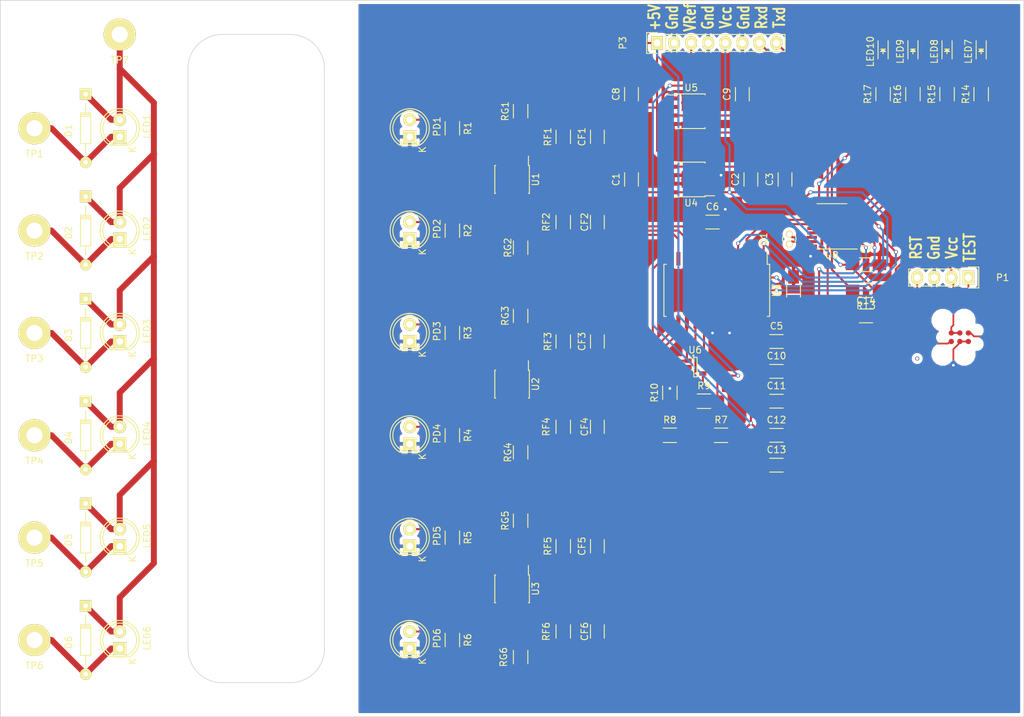
<source format=kicad_pcb>
(kicad_pcb (version 4) (host pcbnew 4.0.1-stable)
  (title_block (title "LED Current Sense Board") (date "18 Feb 2016") (rev C/A) (company "Los Alamos National Laboratory") (comment 1 "TA-03-0040-W208   x7-9575") (comment 2 "       Dr. David K. Olson") (comment 4 "Document Number:    B01-049"))
  (layers (0 F.Cu signal) (31 B.Cu signal) (34 B.Paste user) (35 F.Paste user) (36 B.SilkS user) (37 F.SilkS user) (38 B.Mask user) (39 F.Mask user) (44 Edge.Cuts user))
  (net 0 "")
  (net 1 +5V)
  (net 2 GND)
  (net 3 VCC)
  (net 4 "Net-(C2-Pad2)")
  (net 5 "/ADC and Microcontroller/VRef")
  (net 6 "Net-(C10-Pad1)")
  (net 7 ~RST)
  (net 8 "/High Voltage Interface and Power System/A0")
  (net 9 "Net-(CF1-Pad2)")
  (net 10 "/High Voltage Interface and Power System/A1")
  (net 11 "Net-(CF2-Pad2)")
  (net 12 "/High Voltage Interface and Power System/A2")
  (net 13 "Net-(CF3-Pad2)")
  (net 14 "/High Voltage Interface and Power System/A3")
  (net 15 "Net-(CF4-Pad2)")
  (net 16 "/High Voltage Interface and Power System/A4")
  (net 17 "Net-(CF5-Pad2)")
  (net 18 "/High Voltage Interface and Power System/A5")
  (net 19 "Net-(CF6-Pad2)")
  (net 20 "Net-(D1-Pad2)")
  (net 21 "Net-(D2-Pad2)")
  (net 22 "Net-(D3-Pad2)")
  (net 23 "Net-(D4-Pad2)")
  (net 24 "Net-(D5-Pad2)")
  (net 25 "Net-(D6-Pad2)")
  (net 26 "Net-(LED7-Pad2)")
  (net 27 "Net-(LED8-Pad2)")
  (net 28 "Net-(LED9-Pad2)")
  (net 29 "Net-(LED10-Pad2)")
  (net 30 TEST)
  (net 31 RXD)
  (net 32 TXD)
  (net 33 "Net-(PD1-Pad2)")
  (net 34 "Net-(PD2-Pad2)")
  (net 35 "Net-(PD3-Pad2)")
  (net 36 "Net-(PD4-Pad2)")
  (net 37 "Net-(PD5-Pad2)")
  (net 38 "Net-(PD6-Pad2)")
  (net 39 "Net-(Q1-Pad1)")
  (net 40 "Net-(Q1-Pad2)")
  (net 41 "Net-(R7-Pad1)")
  (net 42 "/High Voltage Interface and Power System/A6")
  (net 43 "/High Voltage Interface and Power System/A7")
  (net 44 "Net-(R14-Pad1)")
  (net 45 "Net-(R15-Pad1)")
  (net 46 "Net-(R16-Pad1)")
  (net 47 "Net-(R17-Pad1)")
  (net 48 "/High Voltage Interface and Power System/P2.5")
  (net 49 "/ADC and Microcontroller/SCLK/P1.5")
  (net 50 "/ADC and Microcontroller/FS/P2.4")
  (net 51 "/ADC and Microcontroller/SDI/SIMO/P1.7")
  (net 52 "/ADC and Microcontroller/EOC/~INT~/P1.3")
  (net 53 "/ADC and Microcontroller/SDO/SOMI/P1.6")
  (net 54 "/ADC and Microcontroller/~CS~/P1.4")
  (net 55 "/ADC and Microcontroller/~CSTART~/P1.0")
  (net 56 "/High Voltage Interface and Power System/+HV")
  (module Capacitors_SMD:C_1206_HandSoldering (layer F.Cu) (at 127 62.23 90)
    (fp_text reference C1 (at 0 -2.3 90) (layer F.SilkS))
    (fp_text value "1 uF")
    (pad 1 smd rect (at -2 0 90) (size 2 1.6) (layers F.Cu F.Paste F.Mask) (net 1 +5V))
    (pad 2 smd rect (at 2 0 90) (size 2 1.6) (layers F.Cu F.Paste F.Mask) (net 2 GND))
  )
  (module Capacitors_SMD:C_1206_HandSoldering (layer F.Cu) (at 144.78 62.23 90)
    (fp_text reference C2 (at 0 -2.3 90) (layer F.SilkS))
    (fp_text value "0.01 uF")
    (pad 1 smd rect (at -2 0 90) (size 2 1.6) (layers F.Cu F.Paste F.Mask) (net 3 VCC))
    (pad 2 smd rect (at 2 0 90) (size 2 1.6) (layers F.Cu F.Paste F.Mask) (net 4 "Net-(C2-Pad2)"))
  )
  (module Capacitors_SMD:C_1206_HandSoldering (layer F.Cu) (at 149.86 62.23 90)
    (fp_text reference C3 (at 0 -2.3 90) (layer F.SilkS))
    (fp_text value "10 uF")
    (pad 1 smd rect (at -2 0 90) (size 2 1.6) (layers F.Cu F.Paste F.Mask) (net 3 VCC))
    (pad 2 smd rect (at 2 0 90) (size 2 1.6) (layers F.Cu F.Paste F.Mask) (net 2 GND))
  )
  (module Capacitors_SMD:C_1206_HandSoldering (layer F.Cu) (at 151.13 78.74 90)
    (fp_text reference C4 (at 0 -2.3 90) (layer F.SilkS))
    (fp_text value "0.1 uF")
    (pad 1 smd rect (at -2 0 90) (size 2 1.6) (layers F.Cu F.Paste F.Mask) (net 1 +5V))
    (pad 2 smd rect (at 2 0 90) (size 2 1.6) (layers F.Cu F.Paste F.Mask) (net 2 GND))
  )
  (module Capacitors_SMD:C_1206_HandSoldering (layer F.Cu) (at 148.59 86.36)
    (fp_text reference C5 (at 0 -2.3) (layer F.SilkS))
    (fp_text value "0.1 uF")
    (pad 1 smd rect (at -2 0) (size 2 1.6) (layers F.Cu F.Paste F.Mask) (net 1 +5V))
    (pad 2 smd rect (at 2 0) (size 2 1.6) (layers F.Cu F.Paste F.Mask) (net 2 GND))
  )
  (module Capacitors_SMD:C_1206_HandSoldering (layer F.Cu) (at 139.065 68.58)
    (fp_text reference C6 (at 0 -2.3) (layer F.SilkS))
    (fp_text value "0.1 uF")
    (pad 1 smd rect (at -2 0) (size 2 1.6) (layers F.Cu F.Paste F.Mask) (net 3 VCC))
    (pad 2 smd rect (at 2 0) (size 2 1.6) (layers F.Cu F.Paste F.Mask) (net 2 GND))
  )
  (module Capacitors_SMD:C_1206_HandSoldering (layer F.Cu) (at 161.925 74.93)
    (fp_text reference C7 (at 0 -2.3) (layer F.SilkS))
    (fp_text value "0.1 uF")
    (pad 1 smd rect (at -2 0) (size 2 1.6) (layers F.Cu F.Paste F.Mask) (net 3 VCC))
    (pad 2 smd rect (at 2 0) (size 2 1.6) (layers F.Cu F.Paste F.Mask) (net 2 GND))
  )
  (module Capacitors_SMD:C_1206_HandSoldering (layer F.Cu) (at 127 49.53 90)
    (fp_text reference C8 (at 0 -2.3 90) (layer F.SilkS))
    (fp_text value "1 uF")
    (pad 1 smd rect (at -2 0 90) (size 2 1.6) (layers F.Cu F.Paste F.Mask) (net 1 +5V))
    (pad 2 smd rect (at 2 0 90) (size 2 1.6) (layers F.Cu F.Paste F.Mask) (net 2 GND))
  )
  (module Capacitors_SMD:C_1206_HandSoldering (layer F.Cu) (at 143.51 49.53 90)
    (fp_text reference C9 (at 0 -2.3 90) (layer F.SilkS))
    (fp_text value "2 uF")
    (pad 1 smd rect (at -2 0 90) (size 2 1.6) (layers F.Cu F.Paste F.Mask) (net 5 "/ADC and Microcontroller/VRef"))
    (pad 2 smd rect (at 2 0 90) (size 2 1.6) (layers F.Cu F.Paste F.Mask) (net 2 GND))
  )
  (module Capacitors_SMD:C_1206_HandSoldering (layer F.Cu) (at 148.59 90.805)
    (fp_text reference C10 (at 0 -2.3) (layer F.SilkS))
    (fp_text value "10 uF")
    (pad 1 smd rect (at -2 0) (size 2 1.6) (layers F.Cu F.Paste F.Mask) (net 6 "Net-(C10-Pad1)"))
    (pad 2 smd rect (at 2 0) (size 2 1.6) (layers F.Cu F.Paste F.Mask) (net 2 GND))
  )
  (module Capacitors_SMD:C_1206_HandSoldering (layer F.Cu) (at 148.59 95.25)
    (fp_text reference C11 (at 0 -2.3) (layer F.SilkS))
    (fp_text value "0.1 uF")
    (pad 1 smd rect (at -2 0) (size 2 1.6) (layers F.Cu F.Paste F.Mask) (net 6 "Net-(C10-Pad1)"))
    (pad 2 smd rect (at 2 0) (size 2 1.6) (layers F.Cu F.Paste F.Mask) (net 2 GND))
  )
  (module Capacitors_SMD:C_1206_HandSoldering (layer F.Cu) (at 148.59 100.33)
    (fp_text reference C12 (at 0 -2.3) (layer F.SilkS))
    (fp_text value "10 uF")
    (pad 1 smd rect (at -2 0) (size 2 1.6) (layers F.Cu F.Paste F.Mask) (net 5 "/ADC and Microcontroller/VRef"))
    (pad 2 smd rect (at 2 0) (size 2 1.6) (layers F.Cu F.Paste F.Mask) (net 2 GND))
  )
  (module Capacitors_SMD:C_1206_HandSoldering (layer F.Cu) (at 148.59 104.775)
    (fp_text reference C13 (at 0 -2.3) (layer F.SilkS))
    (fp_text value "0.1 uF")
    (pad 1 smd rect (at -2 0) (size 2 1.6) (layers F.Cu F.Paste F.Mask) (net 5 "/ADC and Microcontroller/VRef"))
    (pad 2 smd rect (at 2 0) (size 2 1.6) (layers F.Cu F.Paste F.Mask) (net 2 GND))
  )
  (module Capacitors_SMD:C_1206_HandSoldering (layer F.Cu) (at 161.925 82.55)
    (fp_text reference C14 (at 0 -2.3) (layer F.SilkS))
    (fp_text value "1 nF")
    (pad 1 smd rect (at -2 0) (size 2 1.6) (layers F.Cu F.Paste F.Mask) (net 7 ~RST))
    (pad 2 smd rect (at 2 0) (size 2 1.6) (layers F.Cu F.Paste F.Mask) (net 2 GND))
  )
  (module Capacitors_SMD:C_1206_HandSoldering (layer F.Cu) (at 121.92 55.88 90)
    (fp_text reference CF1 (at 0 -2.3 90) (layer F.SilkS))
    (fp_text value "30 pF")
    (pad 1 smd rect (at -2 0 90) (size 2 1.6) (layers F.Cu F.Paste F.Mask) (net 8 "/High Voltage Interface and Power System/A0"))
    (pad 2 smd rect (at 2 0 90) (size 2 1.6) (layers F.Cu F.Paste F.Mask) (net 9 "Net-(CF1-Pad2)"))
  )
  (module Capacitors_SMD:C_1206_HandSoldering (layer F.Cu) (at 121.92 68.58 270)
    (fp_text reference CF2 (at 0 1.905 270) (layer F.SilkS))
    (fp_text value "30 pF")
    (pad 1 smd rect (at -2 0 270) (size 2 1.6) (layers F.Cu F.Paste F.Mask) (net 10 "/High Voltage Interface and Power System/A1"))
    (pad 2 smd rect (at 2 0 270) (size 2 1.6) (layers F.Cu F.Paste F.Mask) (net 11 "Net-(CF2-Pad2)"))
  )
  (module Capacitors_SMD:C_1206_HandSoldering (layer F.Cu) (at 121.92 86.36 90)
    (fp_text reference CF3 (at 0 -2.3 90) (layer F.SilkS))
    (fp_text value "30 pF")
    (pad 1 smd rect (at -2 0 90) (size 2 1.6) (layers F.Cu F.Paste F.Mask) (net 12 "/High Voltage Interface and Power System/A2"))
    (pad 2 smd rect (at 2 0 90) (size 2 1.6) (layers F.Cu F.Paste F.Mask) (net 13 "Net-(CF3-Pad2)"))
  )
  (module Capacitors_SMD:C_1206_HandSoldering (layer F.Cu) (at 121.92 99.06 270)
    (fp_text reference CF4 (at 0 1.905 270) (layer F.SilkS))
    (fp_text value "30 pF")
    (pad 1 smd rect (at -2 0 270) (size 2 1.6) (layers F.Cu F.Paste F.Mask) (net 14 "/High Voltage Interface and Power System/A3"))
    (pad 2 smd rect (at 2 0 270) (size 2 1.6) (layers F.Cu F.Paste F.Mask) (net 15 "Net-(CF4-Pad2)"))
  )
  (module Capacitors_SMD:C_1206_HandSoldering (layer F.Cu) (at 121.92 116.84 90)
    (fp_text reference CF5 (at 0 -2.3 90) (layer F.SilkS))
    (fp_text value "30 pF")
    (pad 1 smd rect (at -2 0 90) (size 2 1.6) (layers F.Cu F.Paste F.Mask) (net 16 "/High Voltage Interface and Power System/A4"))
    (pad 2 smd rect (at 2 0 90) (size 2 1.6) (layers F.Cu F.Paste F.Mask) (net 17 "Net-(CF5-Pad2)"))
  )
  (module Capacitors_SMD:C_1206_HandSoldering (layer F.Cu) (at 121.92 129.54 270)
    (fp_text reference CF6 (at 0 1.905 270) (layer F.SilkS))
    (fp_text value "30 pF")
    (pad 1 smd rect (at -2 0 270) (size 2 1.6) (layers F.Cu F.Paste F.Mask) (net 18 "/High Voltage Interface and Power System/A5"))
    (pad 2 smd rect (at 2 0 270) (size 2 1.6) (layers F.Cu F.Paste F.Mask) (net 19 "Net-(CF6-Pad2)"))
  )
  (module Diodes_ThroughHole:Diode_DO-35_SOD27_Horizontal_RM10 (layer F.Cu) (at 45.72 49.53 270)
    (fp_text reference D1 (at 5.43052 2.53746 270) (layer F.SilkS))
    (fp_text value 1N4148)
    (pad 2 thru_hole circle (at 10.16052 -0.00254 90) (size 1.69926 1.69926) (drill 0.70104) (layers *.Cu *.Mask F.SilkS) (net 20 "Net-(D1-Pad2)"))
    (pad 1 thru_hole rect (at 0.00052 -0.00254 90) (size 1.69926 1.69926) (drill 0.70104) (layers *.Cu *.Mask F.SilkS) (net 56 "/High Voltage Interface and Power System/+HV"))
  )
  (module Diodes_ThroughHole:Diode_DO-35_SOD27_Horizontal_RM10 (layer F.Cu) (at 45.72 64.77 270)
    (fp_text reference D2 (at 5.43052 2.53746 270) (layer F.SilkS))
    (fp_text value 1N4148)
    (pad 2 thru_hole circle (at 10.16052 -0.00254 90) (size 1.69926 1.69926) (drill 0.70104) (layers *.Cu *.Mask F.SilkS) (net 21 "Net-(D2-Pad2)"))
    (pad 1 thru_hole rect (at 0.00052 -0.00254 90) (size 1.69926 1.69926) (drill 0.70104) (layers *.Cu *.Mask F.SilkS) (net 56 "/High Voltage Interface and Power System/+HV"))
  )
  (module Diodes_ThroughHole:Diode_DO-35_SOD27_Horizontal_RM10 (layer F.Cu) (at 45.72 80.01 270)
    (fp_text reference D3 (at 5.43052 2.53746 270) (layer F.SilkS))
    (fp_text value 1N4148)
    (pad 2 thru_hole circle (at 10.16052 -0.00254 90) (size 1.69926 1.69926) (drill 0.70104) (layers *.Cu *.Mask F.SilkS) (net 22 "Net-(D3-Pad2)"))
    (pad 1 thru_hole rect (at 0.00052 -0.00254 90) (size 1.69926 1.69926) (drill 0.70104) (layers *.Cu *.Mask F.SilkS) (net 56 "/High Voltage Interface and Power System/+HV"))
  )
  (module Diodes_ThroughHole:Diode_DO-35_SOD27_Horizontal_RM10 (layer F.Cu) (at 45.72 95.25 270)
    (fp_text reference D4 (at 5.43052 2.53746 270) (layer F.SilkS))
    (fp_text value 1N4148)
    (pad 2 thru_hole circle (at 10.16052 -0.00254 90) (size 1.69926 1.69926) (drill 0.70104) (layers *.Cu *.Mask F.SilkS) (net 23 "Net-(D4-Pad2)"))
    (pad 1 thru_hole rect (at 0.00052 -0.00254 90) (size 1.69926 1.69926) (drill 0.70104) (layers *.Cu *.Mask F.SilkS) (net 56 "/High Voltage Interface and Power System/+HV"))
  )
  (module Diodes_ThroughHole:Diode_DO-35_SOD27_Horizontal_RM10 (layer F.Cu) (at 45.72 110.49 270)
    (fp_text reference D5 (at 5.43052 2.53746 270) (layer F.SilkS))
    (fp_text value 1N4148)
    (pad 2 thru_hole circle (at 10.16052 -0.00254 90) (size 1.69926 1.69926) (drill 0.70104) (layers *.Cu *.Mask F.SilkS) (net 24 "Net-(D5-Pad2)"))
    (pad 1 thru_hole rect (at 0.00052 -0.00254 90) (size 1.69926 1.69926) (drill 0.70104) (layers *.Cu *.Mask F.SilkS) (net 56 "/High Voltage Interface and Power System/+HV"))
  )
  (module Diodes_ThroughHole:Diode_DO-35_SOD27_Horizontal_RM10 (layer F.Cu) (at 45.72 125.73 270)
    (fp_text reference D6 (at 5.43052 2.53746 270) (layer F.SilkS))
    (fp_text value 1N4148)
    (pad 2 thru_hole circle (at 10.16052 -0.00254 90) (size 1.69926 1.69926) (drill 0.70104) (layers *.Cu *.Mask F.SilkS) (net 25 "Net-(D6-Pad2)"))
    (pad 1 thru_hole rect (at 0.00052 -0.00254 90) (size 1.69926 1.69926) (drill 0.70104) (layers *.Cu *.Mask F.SilkS) (net 56 "/High Voltage Interface and Power System/+HV"))
  )
  (module LEDs:LED-5MM (layer F.Cu) (at 50.8 55.88 90)
    (fp_text reference LED1 (at 1.524 4.064 90) (layer F.SilkS))
    (fp_text value NSPG520AS)
    (fp_text user K (at -1.905 1.905 90) (layer F.SilkS))
    (pad 1 thru_hole rect (at 0 0 180) (size 2 1.9) (drill 1.00076) (layers *.Cu *.Mask F.SilkS) (net 20 "Net-(D1-Pad2)"))
    (pad 2 thru_hole circle (at 2.54 0 90) (size 1.9 1.9) (drill 1.00076) (layers *.Cu *.Mask F.SilkS) (net 56 "/High Voltage Interface and Power System/+HV"))
  )
  (module LEDs:LED-5MM (layer F.Cu) (at 50.8 71.12 90)
    (fp_text reference LED2 (at 1.524 4.064 90) (layer F.SilkS))
    (fp_text value NSPG520AS)
    (fp_text user K (at -1.905 1.905 90) (layer F.SilkS))
    (pad 1 thru_hole rect (at 0 0 180) (size 2 1.9) (drill 1.00076) (layers *.Cu *.Mask F.SilkS) (net 21 "Net-(D2-Pad2)"))
    (pad 2 thru_hole circle (at 2.54 0 90) (size 1.9 1.9) (drill 1.00076) (layers *.Cu *.Mask F.SilkS) (net 56 "/High Voltage Interface and Power System/+HV"))
  )
  (module LEDs:LED-5MM (layer F.Cu) (at 50.8 86.36 90)
    (fp_text reference LED3 (at 1.524 4.064 90) (layer F.SilkS))
    (fp_text value NSPG520AS)
    (fp_text user K (at -1.905 1.905 90) (layer F.SilkS))
    (pad 1 thru_hole rect (at 0 0 180) (size 2 1.9) (drill 1.00076) (layers *.Cu *.Mask F.SilkS) (net 22 "Net-(D3-Pad2)"))
    (pad 2 thru_hole circle (at 2.54 0 90) (size 1.9 1.9) (drill 1.00076) (layers *.Cu *.Mask F.SilkS) (net 56 "/High Voltage Interface and Power System/+HV"))
  )
  (module LEDs:LED-5MM (layer F.Cu) (at 50.8 101.6 90)
    (fp_text reference LED4 (at 1.524 4.064 90) (layer F.SilkS))
    (fp_text value NSPG520AS)
    (fp_text user K (at -1.905 1.905 90) (layer F.SilkS))
    (pad 1 thru_hole rect (at 0 0 180) (size 2 1.9) (drill 1.00076) (layers *.Cu *.Mask F.SilkS) (net 23 "Net-(D4-Pad2)"))
    (pad 2 thru_hole circle (at 2.54 0 90) (size 1.9 1.9) (drill 1.00076) (layers *.Cu *.Mask F.SilkS) (net 56 "/High Voltage Interface and Power System/+HV"))
  )
  (module LEDs:LED-5MM (layer F.Cu) (at 50.8 116.84 90)
    (fp_text reference LED5 (at 1.524 4.064 90) (layer F.SilkS))
    (fp_text value NSPG520AS)
    (fp_text user K (at -1.905 1.905 90) (layer F.SilkS))
    (pad 1 thru_hole rect (at 0 0 180) (size 2 1.9) (drill 1.00076) (layers *.Cu *.Mask F.SilkS) (net 24 "Net-(D5-Pad2)"))
    (pad 2 thru_hole circle (at 2.54 0 90) (size 1.9 1.9) (drill 1.00076) (layers *.Cu *.Mask F.SilkS) (net 56 "/High Voltage Interface and Power System/+HV"))
  )
  (module LEDs:LED-5MM (layer F.Cu) (at 50.8 132.08 90)
    (fp_text reference LED6 (at 1.524 4.064 90) (layer F.SilkS))
    (fp_text value NSPG520AS)
    (fp_text user K (at -1.905 1.905 90) (layer F.SilkS))
    (pad 1 thru_hole rect (at 0 0 180) (size 2 1.9) (drill 1.00076) (layers *.Cu *.Mask F.SilkS) (net 25 "Net-(D6-Pad2)"))
    (pad 2 thru_hole circle (at 2.54 0 90) (size 1.9 1.9) (drill 1.00076) (layers *.Cu *.Mask F.SilkS) (net 56 "/High Voltage Interface and Power System/+HV"))
  )
  (module LEDs:LED-0805 (layer F.Cu) (at 179.07 43.18 270)
    (fp_text reference LED7 (at 0 1.905 270) (layer F.SilkS))
    (fp_text value ~)
    (pad 2 smd rect (at 1.04902 0 90) (size 1.19888 1.19888) (layers F.Cu F.Paste F.Mask) (net 26 "Net-(LED7-Pad2)"))
    (pad 1 smd rect (at -1.04902 0 90) (size 1.19888 1.19888) (layers F.Cu F.Paste F.Mask) (net 2 GND))
  )
  (module LEDs:LED-0805 (layer F.Cu) (at 173.99 43.18 270)
    (fp_text reference LED8 (at 0 1.905 270) (layer F.SilkS))
    (fp_text value ~)
    (pad 2 smd rect (at 1.04902 0 90) (size 1.19888 1.19888) (layers F.Cu F.Paste F.Mask) (net 27 "Net-(LED8-Pad2)"))
    (pad 1 smd rect (at -1.04902 0 90) (size 1.19888 1.19888) (layers F.Cu F.Paste F.Mask) (net 2 GND))
  )
  (module LEDs:LED-0805 (layer F.Cu) (at 168.91 43.18 270)
    (fp_text reference LED9 (at 0 1.905 270) (layer F.SilkS))
    (fp_text value ~)
    (pad 2 smd rect (at 1.04902 0 90) (size 1.19888 1.19888) (layers F.Cu F.Paste F.Mask) (net 28 "Net-(LED9-Pad2)"))
    (pad 1 smd rect (at -1.04902 0 90) (size 1.19888 1.19888) (layers F.Cu F.Paste F.Mask) (net 2 GND))
  )
  (module LEDs:LED-0805 (layer F.Cu) (at 164.465 43.18 270)
    (fp_text reference LED10 (at 0 1.905 270) (layer F.SilkS))
    (fp_text value ~)
    (pad 2 smd rect (at 1.04902 0 90) (size 1.19888 1.19888) (layers F.Cu F.Paste F.Mask) (net 29 "Net-(LED10-Pad2)"))
    (pad 1 smd rect (at -1.04902 0 90) (size 1.19888 1.19888) (layers F.Cu F.Paste F.Mask) (net 2 GND))
  )
  (module Pin_Headers:Pin_Header_Straight_1x04 (layer F.Cu) (at 177.165 76.835 270)
    (fp_text reference P1 (at 0 -5.1 360) (layer F.SilkS))
    (fp_text value SBW_JTAG1)
    (pad 1 thru_hole rect (at 0 0 270) (size 2.032 1.7272) (drill 1.016) (layers *.Cu *.Mask F.SilkS) (net 30 TEST))
    (pad 2 thru_hole oval (at 0 2.54 270) (size 2.032 1.7272) (drill 1.016) (layers *.Cu *.Mask F.SilkS) (net 3 VCC))
    (pad 3 thru_hole oval (at 0 5.08 270) (size 2.032 1.7272) (drill 1.016) (layers *.Cu *.Mask F.SilkS) (net 2 GND))
    (pad 4 thru_hole oval (at 0 7.62 270) (size 2.032 1.7272) (drill 1.016) (layers *.Cu *.Mask F.SilkS) (net 7 ~RST))
  )
  (module Tag-Connect:TC2030-MCP-FP (layer F.Cu) (at 175.895 85.725)
    (fp_text reference P2 hide)
    (fp_text value SBW_JTAG2 hide)
    (pad 1 connect circle (at -1.27 0.635) (size 0.7874 0.7874) (layers F.Cu F.Mask) (net 7 ~RST) (clearance 0.4826))
    (pad 2 connect circle (at -1.27 -0.635) (size 0.7874 0.7874) (layers F.Cu F.Mask) (net 3 VCC) (clearance 0.4826))
    (pad 3 connect circle (at 0 0.635) (size 0.7874 0.7874) (layers F.Cu F.Mask) (net 2 GND) (clearance 0.4191))
    (pad 4 connect circle (at 0 -0.635) (size 0.7874 0.7874) (layers F.Cu F.Mask) (net 3 VCC) (clearance 0.4191))
    (pad 5 connect circle (at 1.27 0.635) (size 0.7874 0.7874) (layers F.Cu F.Mask) (net 2 GND) (clearance 0.4191))
    (pad 6 connect circle (at 1.27 -0.635) (size 0.7874 0.7874) (layers F.Cu F.Mask) (net 30 TEST) (clearance 0.4191))
    (pad "" np_thru_hole circle (at 2.54 1.016) (size 0.9906 0.9906) (drill 0.9906) (layers *.Cu *.Mask F.SilkS))
    (pad "" np_thru_hole circle (at -2.54 0) (size 0.9906 0.9906) (drill 0.9906) (layers *.Cu *.Mask F.SilkS))
    (pad "" np_thru_hole circle (at 2.54 -1.016) (size 0.9906 0.9906) (drill 0.9906) (layers *.Cu *.Mask F.SilkS))
    (pad "" np_thru_hole circle (at -2.54 2.54) (size 2.3749 2.3749) (drill 2.3749) (layers *.Cu *.Mask F.SilkS))
    (pad "" np_thru_hole circle (at -2.54 -2.54) (size 2.3749 2.3749) (drill 2.3749) (layers *.Cu *.Mask F.SilkS))
    (pad "" np_thru_hole circle (at 0.635 -2.54) (size 2.3749 2.3749) (drill 2.3749) (layers *.Cu *.Mask F.SilkS))
    (pad "" np_thru_hole circle (at 0.635 2.54) (size 2.3749 2.3749) (drill 2.3749) (layers *.Cu *.Mask F.SilkS))
  )
  (module Pin_Headers:Pin_Header_Straight_1x08 (layer F.Cu) (at 130.81 41.91 90)
    (fp_text reference P3 (at 0 -5.1 90) (layer F.SilkS))
    (fp_text value Power/Data)
    (pad 1 thru_hole rect (at 0 0 90) (size 2.032 1.7272) (drill 1.016) (layers *.Cu *.Mask F.SilkS) (net 1 +5V))
    (pad 2 thru_hole oval (at 0 2.54 90) (size 2.032 1.7272) (drill 1.016) (layers *.Cu *.Mask F.SilkS) (net 2 GND))
    (pad 3 thru_hole oval (at 0 5.08 90) (size 2.032 1.7272) (drill 1.016) (layers *.Cu *.Mask F.SilkS) (net 5 "/ADC and Microcontroller/VRef"))
    (pad 4 thru_hole oval (at 0 7.62 90) (size 2.032 1.7272) (drill 1.016) (layers *.Cu *.Mask F.SilkS) (net 2 GND))
    (pad 5 thru_hole oval (at 0 10.16 90) (size 2.032 1.7272) (drill 1.016) (layers *.Cu *.Mask F.SilkS) (net 3 VCC))
    (pad 6 thru_hole oval (at 0 12.7 90) (size 2.032 1.7272) (drill 1.016) (layers *.Cu *.Mask F.SilkS) (net 2 GND))
    (pad 7 thru_hole oval (at 0 15.24 90) (size 2.032 1.7272) (drill 1.016) (layers *.Cu *.Mask F.SilkS) (net 31 RXD))
    (pad 8 thru_hole oval (at 0 17.78 90) (size 2.032 1.7272) (drill 1.016) (layers *.Cu *.Mask F.SilkS) (net 32 TXD))
  )
  (module LEDs:LED-5MM (layer F.Cu) (at 93.98 55.88 90)
    (fp_text reference PD1 (at 1.524 4.064 90) (layer F.SilkS))
    (fp_text value "SFH 203 P")
    (fp_text user K (at -1.905 1.905 90) (layer F.SilkS))
    (pad 1 thru_hole rect (at 0 0 180) (size 2 1.9) (drill 1.00076) (layers *.Cu *.Mask F.SilkS) (net 2 GND))
    (pad 2 thru_hole circle (at 2.54 0 90) (size 1.9 1.9) (drill 1.00076) (layers *.Cu *.Mask F.SilkS) (net 33 "Net-(PD1-Pad2)"))
  )
  (module LEDs:LED-5MM (layer F.Cu) (at 93.98 71.12 90)
    (fp_text reference PD2 (at 1.524 4.064 90) (layer F.SilkS))
    (fp_text value "SFH 203 P")
    (fp_text user K (at -1.905 1.905 90) (layer F.SilkS))
    (pad 1 thru_hole rect (at 0 0 180) (size 2 1.9) (drill 1.00076) (layers *.Cu *.Mask F.SilkS) (net 2 GND))
    (pad 2 thru_hole circle (at 2.54 0 90) (size 1.9 1.9) (drill 1.00076) (layers *.Cu *.Mask F.SilkS) (net 34 "Net-(PD2-Pad2)"))
  )
  (module LEDs:LED-5MM (layer F.Cu) (at 93.98 86.36 90)
    (fp_text reference PD3 (at 1.524 4.064 90) (layer F.SilkS))
    (fp_text value "SFH 203 P")
    (fp_text user K (at -1.905 1.905 90) (layer F.SilkS))
    (pad 1 thru_hole rect (at 0 0 180) (size 2 1.9) (drill 1.00076) (layers *.Cu *.Mask F.SilkS) (net 2 GND))
    (pad 2 thru_hole circle (at 2.54 0 90) (size 1.9 1.9) (drill 1.00076) (layers *.Cu *.Mask F.SilkS) (net 35 "Net-(PD3-Pad2)"))
  )
  (module LEDs:LED-5MM (layer F.Cu) (at 93.98 101.6 90)
    (fp_text reference PD4 (at 1.524 4.064 90) (layer F.SilkS))
    (fp_text value "SFH 203 P")
    (fp_text user K (at -1.905 1.905 90) (layer F.SilkS))
    (pad 1 thru_hole rect (at 0 0 180) (size 2 1.9) (drill 1.00076) (layers *.Cu *.Mask F.SilkS) (net 2 GND))
    (pad 2 thru_hole circle (at 2.54 0 90) (size 1.9 1.9) (drill 1.00076) (layers *.Cu *.Mask F.SilkS) (net 36 "Net-(PD4-Pad2)"))
  )
  (module LEDs:LED-5MM (layer F.Cu) (at 93.98 116.84 90)
    (fp_text reference PD5 (at 1.524 4.064 90) (layer F.SilkS))
    (fp_text value "SFH 203 P")
    (fp_text user K (at -1.905 1.905 90) (layer F.SilkS))
    (pad 1 thru_hole rect (at 0 0 180) (size 2 1.9) (drill 1.00076) (layers *.Cu *.Mask F.SilkS) (net 2 GND))
    (pad 2 thru_hole circle (at 2.54 0 90) (size 1.9 1.9) (drill 1.00076) (layers *.Cu *.Mask F.SilkS) (net 37 "Net-(PD5-Pad2)"))
  )
  (module LEDs:LED-5MM (layer F.Cu) (at 93.98 132.08 90)
    (fp_text reference PD6 (at 1.524 4.064 90) (layer F.SilkS))
    (fp_text value "SFH 203 P")
    (fp_text user K (at -1.905 1.905 90) (layer F.SilkS))
    (pad 1 thru_hole rect (at 0 0 180) (size 2 1.9) (drill 1.00076) (layers *.Cu *.Mask F.SilkS) (net 2 GND))
    (pad 2 thru_hole circle (at 2.54 0 90) (size 1.9 1.9) (drill 1.00076) (layers *.Cu *.Mask F.SilkS) (net 38 "Net-(PD6-Pad2)"))
  )
  (module Crystals:Crystal_Round_Vertical_2mm (layer F.Cu) (at 150.495 71.12 90)
    (fp_text reference Q1 (at 0 -3.81 90) (layer F.SilkS))
    (fp_text value "32.768 kHz")
    (pad 1 thru_hole circle (at -0.7493 0 90) (size 1.00076 1.00076) (drill 0.59944) (layers *.Cu *.Mask F.SilkS) (net 39 "Net-(Q1-Pad1)"))
    (pad 2 thru_hole circle (at 0.7493 0 90) (size 1.00076 1.00076) (drill 0.59944) (layers *.Cu *.Mask F.SilkS) (net 40 "Net-(Q1-Pad2)"))
  )
  (module Resistors_SMD:R_1206_HandSoldering (layer F.Cu) (at 100.33 54.61 270)
    (fp_text reference R1 (at 0 -2.3 270) (layer F.SilkS))
    (fp_text value 10k)
    (pad 1 smd rect (at -2 0 270) (size 2 1.7) (layers F.Cu F.Paste F.Mask) (net 33 "Net-(PD1-Pad2)"))
    (pad 2 smd rect (at 2 0 270) (size 2 1.7) (layers F.Cu F.Paste F.Mask) (net 2 GND))
  )
  (module Resistors_SMD:R_1206_HandSoldering (layer F.Cu) (at 100.33 69.85 270)
    (fp_text reference R2 (at 0 -2.3 270) (layer F.SilkS))
    (fp_text value 10k)
    (pad 1 smd rect (at -2 0 270) (size 2 1.7) (layers F.Cu F.Paste F.Mask) (net 34 "Net-(PD2-Pad2)"))
    (pad 2 smd rect (at 2 0 270) (size 2 1.7) (layers F.Cu F.Paste F.Mask) (net 2 GND))
  )
  (module Resistors_SMD:R_1206_HandSoldering (layer F.Cu) (at 100.33 85.09 270)
    (fp_text reference R3 (at 0 -2.3 270) (layer F.SilkS))
    (fp_text value 10k)
    (pad 1 smd rect (at -2 0 270) (size 2 1.7) (layers F.Cu F.Paste F.Mask) (net 35 "Net-(PD3-Pad2)"))
    (pad 2 smd rect (at 2 0 270) (size 2 1.7) (layers F.Cu F.Paste F.Mask) (net 2 GND))
  )
  (module Resistors_SMD:R_1206_HandSoldering (layer F.Cu) (at 100.33 100.33 270)
    (fp_text reference R4 (at 0 -2.3 270) (layer F.SilkS))
    (fp_text value 10k)
    (pad 1 smd rect (at -2 0 270) (size 2 1.7) (layers F.Cu F.Paste F.Mask) (net 36 "Net-(PD4-Pad2)"))
    (pad 2 smd rect (at 2 0 270) (size 2 1.7) (layers F.Cu F.Paste F.Mask) (net 2 GND))
  )
  (module Resistors_SMD:R_1206_HandSoldering (layer F.Cu) (at 100.33 115.57 270)
    (fp_text reference R5 (at 0 -2.3 270) (layer F.SilkS))
    (fp_text value 10k)
    (pad 1 smd rect (at -2 0 270) (size 2 1.7) (layers F.Cu F.Paste F.Mask) (net 37 "Net-(PD5-Pad2)"))
    (pad 2 smd rect (at 2 0 270) (size 2 1.7) (layers F.Cu F.Paste F.Mask) (net 2 GND))
  )
  (module Resistors_SMD:R_1206_HandSoldering (layer F.Cu) (at 100.33 130.81 270)
    (fp_text reference R6 (at 0 -2.3 270) (layer F.SilkS))
    (fp_text value 10k)
    (pad 1 smd rect (at -2 0 270) (size 2 1.7) (layers F.Cu F.Paste F.Mask) (net 38 "Net-(PD6-Pad2)"))
    (pad 2 smd rect (at 2 0 270) (size 2 1.7) (layers F.Cu F.Paste F.Mask) (net 2 GND))
  )
  (module Resistors_SMD:R_1206_HandSoldering (layer F.Cu) (at 140.335 100.33)
    (fp_text reference R7 (at 0 -2.3) (layer F.SilkS))
    (fp_text value 100k)
    (pad 1 smd rect (at -2 0) (size 2 1.7) (layers F.Cu F.Paste F.Mask) (net 41 "Net-(R7-Pad1)"))
    (pad 2 smd rect (at 2 0) (size 2 1.7) (layers F.Cu F.Paste F.Mask) (net 5 "/ADC and Microcontroller/VRef"))
  )
  (module Resistors_SMD:R_1206_HandSoldering (layer F.Cu) (at 132.715 100.33)
    (fp_text reference R8 (at 0 -2.3) (layer F.SilkS))
    (fp_text value 100k)
    (pad 1 smd rect (at -2 0) (size 2 1.7) (layers F.Cu F.Paste F.Mask) (net 42 "/High Voltage Interface and Power System/A6"))
    (pad 2 smd rect (at 2 0) (size 2 1.7) (layers F.Cu F.Paste F.Mask) (net 41 "Net-(R7-Pad1)"))
  )
  (module Resistors_SMD:R_1206_HandSoldering (layer F.Cu) (at 137.795 95.25)
    (fp_text reference R9 (at 0 -2.3) (layer F.SilkS))
    (fp_text value 100k)
    (pad 1 smd rect (at -2 0) (size 2 1.7) (layers F.Cu F.Paste F.Mask) (net 43 "/High Voltage Interface and Power System/A7"))
    (pad 2 smd rect (at 2 0) (size 2 1.7) (layers F.Cu F.Paste F.Mask) (net 1 +5V))
  )
  (module Resistors_SMD:R_1206_HandSoldering (layer F.Cu) (at 132.715 93.98 90)
    (fp_text reference R10 (at 0 -2.3 90) (layer F.SilkS))
    (fp_text value 100k)
    (pad 1 smd rect (at -2 0 90) (size 2 1.7) (layers F.Cu F.Paste F.Mask) (net 43 "/High Voltage Interface and Power System/A7"))
    (pad 2 smd rect (at 2 0 90) (size 2 1.7) (layers F.Cu F.Paste F.Mask) (net 2 GND))
  )
  (module Resistors_SMD:R_1206_HandSoldering (layer F.Cu) (at 161.925 78.74 180)
    (fp_text reference R13 (at 0 -2.3 180) (layer F.SilkS))
    (fp_text value 47k)
    (pad 1 smd rect (at -2 0 180) (size 2 1.7) (layers F.Cu F.Paste F.Mask) (net 3 VCC))
    (pad 2 smd rect (at 2 0 180) (size 2 1.7) (layers F.Cu F.Paste F.Mask) (net 7 ~RST))
  )
  (module Resistors_SMD:R_1206_HandSoldering (layer F.Cu) (at 179.07 49.53 90)
    (fp_text reference R14 (at 0 -2.3 90) (layer F.SilkS))
    (fp_text value ~)
    (pad 1 smd rect (at -2 0 90) (size 2 1.7) (layers F.Cu F.Paste F.Mask) (net 44 "Net-(R14-Pad1)"))
    (pad 2 smd rect (at 2 0 90) (size 2 1.7) (layers F.Cu F.Paste F.Mask) (net 26 "Net-(LED7-Pad2)"))
  )
  (module Resistors_SMD:R_1206_HandSoldering (layer F.Cu) (at 173.99 49.53 90)
    (fp_text reference R15 (at 0 -2.3 90) (layer F.SilkS))
    (fp_text value ~)
    (pad 1 smd rect (at -2 0 90) (size 2 1.7) (layers F.Cu F.Paste F.Mask) (net 45 "Net-(R15-Pad1)"))
    (pad 2 smd rect (at 2 0 90) (size 2 1.7) (layers F.Cu F.Paste F.Mask) (net 27 "Net-(LED8-Pad2)"))
  )
  (module Resistors_SMD:R_1206_HandSoldering (layer F.Cu) (at 168.91 49.53 90)
    (fp_text reference R16 (at 0 -2.3 90) (layer F.SilkS))
    (fp_text value ~)
    (pad 1 smd rect (at -2 0 90) (size 2 1.7) (layers F.Cu F.Paste F.Mask) (net 46 "Net-(R16-Pad1)"))
    (pad 2 smd rect (at 2 0 90) (size 2 1.7) (layers F.Cu F.Paste F.Mask) (net 28 "Net-(LED9-Pad2)"))
  )
  (module Resistors_SMD:R_1206_HandSoldering (layer F.Cu) (at 164.465 49.53 90)
    (fp_text reference R17 (at 0 -2.3 90) (layer F.SilkS))
    (fp_text value ~)
    (pad 1 smd rect (at -2 0 90) (size 2 1.7) (layers F.Cu F.Paste F.Mask) (net 47 "Net-(R17-Pad1)"))
    (pad 2 smd rect (at 2 0 90) (size 2 1.7) (layers F.Cu F.Paste F.Mask) (net 29 "Net-(LED10-Pad2)"))
  )
  (module Resistors_SMD:R_1206_HandSoldering (layer F.Cu) (at 116.84 55.88 90)
    (fp_text reference RF1 (at 0 -2.3 90) (layer F.SilkS))
    (fp_text value 560k)
    (pad 1 smd rect (at -2 0 90) (size 2 1.7) (layers F.Cu F.Paste F.Mask) (net 8 "/High Voltage Interface and Power System/A0"))
    (pad 2 smd rect (at 2 0 90) (size 2 1.7) (layers F.Cu F.Paste F.Mask) (net 9 "Net-(CF1-Pad2)"))
  )
  (module Resistors_SMD:R_1206_HandSoldering (layer F.Cu) (at 116.84 68.58 270)
    (fp_text reference RF2 (at 0 2.54 270) (layer F.SilkS))
    (fp_text value 560k)
    (pad 1 smd rect (at -2 0 270) (size 2 1.7) (layers F.Cu F.Paste F.Mask) (net 10 "/High Voltage Interface and Power System/A1"))
    (pad 2 smd rect (at 2 0 270) (size 2 1.7) (layers F.Cu F.Paste F.Mask) (net 11 "Net-(CF2-Pad2)"))
  )
  (module Resistors_SMD:R_1206_HandSoldering (layer F.Cu) (at 116.84 86.36 90)
    (fp_text reference RF3 (at 0 -2.3 90) (layer F.SilkS))
    (fp_text value 560k)
    (pad 1 smd rect (at -2 0 90) (size 2 1.7) (layers F.Cu F.Paste F.Mask) (net 12 "/High Voltage Interface and Power System/A2"))
    (pad 2 smd rect (at 2 0 90) (size 2 1.7) (layers F.Cu F.Paste F.Mask) (net 13 "Net-(CF3-Pad2)"))
  )
  (module Resistors_SMD:R_1206_HandSoldering (layer F.Cu) (at 116.84 99.06 270)
    (fp_text reference RF4 (at 0 2.54 270) (layer F.SilkS))
    (fp_text value 560k)
    (pad 1 smd rect (at -2 0 270) (size 2 1.7) (layers F.Cu F.Paste F.Mask) (net 14 "/High Voltage Interface and Power System/A3"))
    (pad 2 smd rect (at 2 0 270) (size 2 1.7) (layers F.Cu F.Paste F.Mask) (net 15 "Net-(CF4-Pad2)"))
  )
  (module Resistors_SMD:R_1206_HandSoldering (layer F.Cu) (at 116.84 116.84 90)
    (fp_text reference RF5 (at 0 -2.3 90) (layer F.SilkS))
    (fp_text value 560k)
    (pad 1 smd rect (at -2 0 90) (size 2 1.7) (layers F.Cu F.Paste F.Mask) (net 16 "/High Voltage Interface and Power System/A4"))
    (pad 2 smd rect (at 2 0 90) (size 2 1.7) (layers F.Cu F.Paste F.Mask) (net 17 "Net-(CF5-Pad2)"))
  )
  (module Resistors_SMD:R_1206_HandSoldering (layer F.Cu) (at 116.84 129.54 270)
    (fp_text reference RF6 (at 0 2.54 270) (layer F.SilkS))
    (fp_text value 560k)
    (pad 1 smd rect (at -2 0 270) (size 2 1.7) (layers F.Cu F.Paste F.Mask) (net 18 "/High Voltage Interface and Power System/A5"))
    (pad 2 smd rect (at 2 0 270) (size 2 1.7) (layers F.Cu F.Paste F.Mask) (net 19 "Net-(CF6-Pad2)"))
  )
  (module Resistors_SMD:R_1206_HandSoldering (layer F.Cu) (at 110.49 52.07 90)
    (fp_text reference RG1 (at 0 -2.3 90) (layer F.SilkS))
    (fp_text value 470)
    (pad 1 smd rect (at -2 0 90) (size 2 1.7) (layers F.Cu F.Paste F.Mask) (net 9 "Net-(CF1-Pad2)"))
    (pad 2 smd rect (at 2 0 90) (size 2 1.7) (layers F.Cu F.Paste F.Mask) (net 2 GND))
  )
  (module Resistors_SMD:R_1206_HandSoldering (layer F.Cu) (at 110.49 72.39 270)
    (fp_text reference RG2 (at 0 1.905 270) (layer F.SilkS))
    (fp_text value 470)
    (pad 1 smd rect (at -2 0 270) (size 2 1.7) (layers F.Cu F.Paste F.Mask) (net 11 "Net-(CF2-Pad2)"))
    (pad 2 smd rect (at 2 0 270) (size 2 1.7) (layers F.Cu F.Paste F.Mask) (net 2 GND))
  )
  (module Resistors_SMD:R_1206_HandSoldering (layer F.Cu) (at 110.49 82.55 90)
    (fp_text reference RG3 (at 0 -2.3 90) (layer F.SilkS))
    (fp_text value 470)
    (pad 1 smd rect (at -2 0 90) (size 2 1.7) (layers F.Cu F.Paste F.Mask) (net 13 "Net-(CF3-Pad2)"))
    (pad 2 smd rect (at 2 0 90) (size 2 1.7) (layers F.Cu F.Paste F.Mask) (net 2 GND))
  )
  (module Resistors_SMD:R_1206_HandSoldering (layer F.Cu) (at 110.49 102.87 270)
    (fp_text reference RG4 (at 0 1.905 270) (layer F.SilkS))
    (fp_text value 470)
    (pad 1 smd rect (at -2 0 270) (size 2 1.7) (layers F.Cu F.Paste F.Mask) (net 15 "Net-(CF4-Pad2)"))
    (pad 2 smd rect (at 2 0 270) (size 2 1.7) (layers F.Cu F.Paste F.Mask) (net 2 GND))
  )
  (module Resistors_SMD:R_1206_HandSoldering (layer F.Cu) (at 110.49 113.03 90)
    (fp_text reference RG5 (at 0 -2.3 90) (layer F.SilkS))
    (fp_text value 470)
    (pad 1 smd rect (at -2 0 90) (size 2 1.7) (layers F.Cu F.Paste F.Mask) (net 17 "Net-(CF5-Pad2)"))
    (pad 2 smd rect (at 2 0 90) (size 2 1.7) (layers F.Cu F.Paste F.Mask) (net 2 GND))
  )
  (module Resistors_SMD:R_1206_HandSoldering (layer F.Cu) (at 110.49 133.35 270)
    (fp_text reference RG6 (at 0 2.54 270) (layer F.SilkS))
    (fp_text value 470)
    (pad 1 smd rect (at -2 0 270) (size 2 1.7) (layers F.Cu F.Paste F.Mask) (net 19 "Net-(CF6-Pad2)"))
    (pad 2 smd rect (at 2 0 270) (size 2 1.7) (layers F.Cu F.Paste F.Mask) (net 2 GND))
  )
  (module conductive_mounting_holes:No.2N (layer F.Cu) (at 38.1 54.61)
    (fp_text reference TP1 (at 0 3.81) (layer F.SilkS))
    (fp_text value CEM1)
    (pad 1 thru_hole circle (at 0 0) (size 4.7752 4.7752) (drill 2.3876) (layers *.Cu *.Mask F.SilkS) (net 20 "Net-(D1-Pad2)"))
  )
  (module conductive_mounting_holes:No.2N (layer F.Cu) (at 38.1 69.85)
    (fp_text reference TP2 (at 0 3.81) (layer F.SilkS))
    (fp_text value CEM2)
    (pad 1 thru_hole circle (at 0 0) (size 4.7752 4.7752) (drill 2.3876) (layers *.Cu *.Mask F.SilkS) (net 21 "Net-(D2-Pad2)"))
  )
  (module conductive_mounting_holes:No.2N (layer F.Cu) (at 38.1 85.09)
    (fp_text reference TP3 (at 0 3.81) (layer F.SilkS))
    (fp_text value CEM3)
    (pad 1 thru_hole circle (at 0 0) (size 4.7752 4.7752) (drill 2.3876) (layers *.Cu *.Mask F.SilkS) (net 22 "Net-(D3-Pad2)"))
  )
  (module conductive_mounting_holes:No.2N (layer F.Cu) (at 38.1 100.33)
    (fp_text reference TP4 (at 0 3.81) (layer F.SilkS))
    (fp_text value CEM4)
    (pad 1 thru_hole circle (at 0 0) (size 4.7752 4.7752) (drill 2.3876) (layers *.Cu *.Mask F.SilkS) (net 23 "Net-(D4-Pad2)"))
  )
  (module conductive_mounting_holes:No.2N (layer F.Cu) (at 38.1 115.57)
    (fp_text reference TP5 (at 0 3.81) (layer F.SilkS))
    (fp_text value CEM5)
    (pad 1 thru_hole circle (at 0 0) (size 4.7752 4.7752) (drill 2.3876) (layers *.Cu *.Mask F.SilkS) (net 24 "Net-(D5-Pad2)"))
  )
  (module conductive_mounting_holes:No.2N (layer F.Cu) (at 38.1 130.81)
    (fp_text reference TP6 (at 0 3.81) (layer F.SilkS))
    (fp_text value CEM6)
    (pad 1 thru_hole circle (at 0 0) (size 4.7752 4.7752) (drill 2.3876) (layers *.Cu *.Mask F.SilkS) (net 25 "Net-(D6-Pad2)"))
  )
  (module conductive_mounting_holes:No.2N (layer F.Cu) (at 50.8 40.64)
    (fp_text reference TP7 (at 0 3.81) (layer F.SilkS))
    (fp_text value +HV)
    (pad 1 thru_hole circle (at 0 0) (size 4.7752 4.7752) (drill 2.3876) (layers *.Cu *.Mask F.SilkS) (net 56 "/High Voltage Interface and Power System/+HV"))
  )
  (module Housings_SOIC:SOIC-8_3.9x4.9mm_Pitch1.27mm (layer F.Cu) (at 109.22 62.23 270)
    (fp_text reference U1 (at 0 -3.5 270) (layer F.SilkS))
    (fp_text value OPA2322)
    (pad 1 smd rect (at -2.7 -1.905 270) (size 1.55 0.6) (layers F.Cu F.Paste F.Mask) (net 8 "/High Voltage Interface and Power System/A0"))
    (pad 2 smd rect (at -2.7 -0.635 270) (size 1.55 0.6) (layers F.Cu F.Paste F.Mask) (net 9 "Net-(CF1-Pad2)"))
    (pad 3 smd rect (at -2.7 0.635 270) (size 1.55 0.6) (layers F.Cu F.Paste F.Mask) (net 33 "Net-(PD1-Pad2)"))
    (pad 4 smd rect (at -2.7 1.905 270) (size 1.55 0.6) (layers F.Cu F.Paste F.Mask) (net 2 GND))
    (pad 5 smd rect (at 2.7 1.905 270) (size 1.55 0.6) (layers F.Cu F.Paste F.Mask) (net 34 "Net-(PD2-Pad2)"))
    (pad 6 smd rect (at 2.7 0.635 270) (size 1.55 0.6) (layers F.Cu F.Paste F.Mask) (net 11 "Net-(CF2-Pad2)"))
    (pad 7 smd rect (at 2.7 -0.635 270) (size 1.55 0.6) (layers F.Cu F.Paste F.Mask) (net 10 "/High Voltage Interface and Power System/A1"))
    (pad 8 smd rect (at 2.7 -1.905 270) (size 1.55 0.6) (layers F.Cu F.Paste F.Mask) (net 1 +5V))
  )
  (module Housings_SOIC:SOIC-8_3.9x4.9mm_Pitch1.27mm (layer F.Cu) (at 109.22 92.71 270)
    (fp_text reference U2 (at 0 -3.5 270) (layer F.SilkS))
    (fp_text value OPA2322)
    (pad 1 smd rect (at -2.7 -1.905 270) (size 1.55 0.6) (layers F.Cu F.Paste F.Mask) (net 12 "/High Voltage Interface and Power System/A2"))
    (pad 2 smd rect (at -2.7 -0.635 270) (size 1.55 0.6) (layers F.Cu F.Paste F.Mask) (net 13 "Net-(CF3-Pad2)"))
    (pad 3 smd rect (at -2.7 0.635 270) (size 1.55 0.6) (layers F.Cu F.Paste F.Mask) (net 35 "Net-(PD3-Pad2)"))
    (pad 4 smd rect (at -2.7 1.905 270) (size 1.55 0.6) (layers F.Cu F.Paste F.Mask) (net 2 GND))
    (pad 5 smd rect (at 2.7 1.905 270) (size 1.55 0.6) (layers F.Cu F.Paste F.Mask) (net 36 "Net-(PD4-Pad2)"))
    (pad 6 smd rect (at 2.7 0.635 270) (size 1.55 0.6) (layers F.Cu F.Paste F.Mask) (net 15 "Net-(CF4-Pad2)"))
    (pad 7 smd rect (at 2.7 -0.635 270) (size 1.55 0.6) (layers F.Cu F.Paste F.Mask) (net 14 "/High Voltage Interface and Power System/A3"))
    (pad 8 smd rect (at 2.7 -1.905 270) (size 1.55 0.6) (layers F.Cu F.Paste F.Mask) (net 1 +5V))
  )
  (module Housings_SOIC:SOIC-8_3.9x4.9mm_Pitch1.27mm (layer F.Cu) (at 109.22 123.19 270)
    (fp_text reference U3 (at 0 -3.5 270) (layer F.SilkS))
    (fp_text value OPA2322)
    (pad 1 smd rect (at -2.7 -1.905 270) (size 1.55 0.6) (layers F.Cu F.Paste F.Mask) (net 16 "/High Voltage Interface and Power System/A4"))
    (pad 2 smd rect (at -2.7 -0.635 270) (size 1.55 0.6) (layers F.Cu F.Paste F.Mask) (net 17 "Net-(CF5-Pad2)"))
    (pad 3 smd rect (at -2.7 0.635 270) (size 1.55 0.6) (layers F.Cu F.Paste F.Mask) (net 37 "Net-(PD5-Pad2)"))
    (pad 4 smd rect (at -2.7 1.905 270) (size 1.55 0.6) (layers F.Cu F.Paste F.Mask) (net 2 GND))
    (pad 5 smd rect (at 2.7 1.905 270) (size 1.55 0.6) (layers F.Cu F.Paste F.Mask) (net 38 "Net-(PD6-Pad2)"))
    (pad 6 smd rect (at 2.7 0.635 270) (size 1.55 0.6) (layers F.Cu F.Paste F.Mask) (net 19 "Net-(CF6-Pad2)"))
    (pad 7 smd rect (at 2.7 -0.635 270) (size 1.55 0.6) (layers F.Cu F.Paste F.Mask) (net 18 "/High Voltage Interface and Power System/A5"))
    (pad 8 smd rect (at 2.7 -1.905 270) (size 1.55 0.6) (layers F.Cu F.Paste F.Mask) (net 1 +5V))
  )
  (module Housings_SOIC:SOIC-8_3.9x4.9mm_Pitch1.27mm (layer F.Cu) (at 135.89 62.23 180)
    (fp_text reference U4 (at 0 -3.5 180) (layer F.SilkS))
    (fp_text value LT1763-4)
    (pad 1 smd rect (at -2.7 -1.905 180) (size 1.55 0.6) (layers F.Cu F.Paste F.Mask) (net 3 VCC))
    (pad 2 smd rect (at -2.7 -0.635 180) (size 1.55 0.6) (layers F.Cu F.Paste F.Mask) (net 3 VCC))
    (pad 3 smd rect (at -2.7 0.635 180) (size 1.55 0.6) (layers F.Cu F.Paste F.Mask) (net 2 GND))
    (pad 4 smd rect (at -2.7 1.905 180) (size 1.55 0.6) (layers F.Cu F.Paste F.Mask) (net 4 "Net-(C2-Pad2)"))
    (pad 5 smd rect (at 2.7 1.905 180) (size 1.55 0.6) (layers F.Cu F.Paste F.Mask) (net 1 +5V))
    (pad 6 smd rect (at 2.7 0.635 180) (size 1.55 0.6) (layers F.Cu F.Paste F.Mask) (net 2 GND))
    (pad 7 smd rect (at 2.7 -0.635 180) (size 1.55 0.6) (layers F.Cu F.Paste F.Mask) (net 2 GND))
    (pad 8 smd rect (at 2.7 -1.905 180) (size 1.55 0.6) (layers F.Cu F.Paste F.Mask) (net 1 +5V))
  )
  (module Housings_SOIC:SOIC-8_3.9x4.9mm_Pitch1.27mm (layer F.Cu) (at 135.89 52.07)
    (fp_text reference U5 (at 0 -3.5) (layer F.SilkS))
    (fp_text value LT1461)
    (pad 1 smd rect (at -2.7 -1.905) (size 1.55 0.6) (layers F.Cu F.Paste F.Mask))
    (pad 2 smd rect (at -2.7 -0.635) (size 1.55 0.6) (layers F.Cu F.Paste F.Mask) (net 1 +5V))
    (pad 3 smd rect (at -2.7 0.635) (size 1.55 0.6) (layers F.Cu F.Paste F.Mask) (net 48 "/High Voltage Interface and Power System/P2.5"))
    (pad 4 smd rect (at -2.7 1.905) (size 1.55 0.6) (layers F.Cu F.Paste F.Mask) (net 2 GND))
    (pad 5 smd rect (at 2.7 1.905) (size 1.55 0.6) (layers F.Cu F.Paste F.Mask))
    (pad 6 smd rect (at 2.7 0.635) (size 1.55 0.6) (layers F.Cu F.Paste F.Mask) (net 5 "/ADC and Microcontroller/VRef"))
    (pad 7 smd rect (at 2.7 -0.635) (size 1.55 0.6) (layers F.Cu F.Paste F.Mask))
    (pad 8 smd rect (at 2.7 -1.905) (size 1.55 0.6) (layers F.Cu F.Paste F.Mask))
  )
  (module TO_SOT_Packages_SMD:SOT-23-5 (layer F.Cu) (at 136.525 90.17)
    (fp_text reference U6 (at -0.05 -2.55) (layer F.SilkS))
    (fp_text value OPA322)
    (pad 1 smd rect (at -1.1 -0.95) (size 1.06 0.65) (layers F.Cu F.Paste F.Mask) (net 42 "/High Voltage Interface and Power System/A6"))
    (pad 2 smd rect (at -1.1 0) (size 1.06 0.65) (layers F.Cu F.Paste F.Mask) (net 2 GND))
    (pad 3 smd rect (at -1.1 0.95) (size 1.06 0.65) (layers F.Cu F.Paste F.Mask) (net 43 "/High Voltage Interface and Power System/A7"))
    (pad 4 smd rect (at 1.1 0.95) (size 1.06 0.65) (layers F.Cu F.Paste F.Mask) (net 41 "Net-(R7-Pad1)"))
    (pad 5 smd rect (at 1.1 -0.95) (size 1.06 0.65) (layers F.Cu F.Paste F.Mask) (net 1 +5V))
  )
  (module Housings_SOIC:SOIC-24_7.5x15.4mm_Pitch1.27mm (layer F.Cu) (at 139.7 78.74 270)
    (fp_text reference U7 (at 0 -8.8 270) (layer F.SilkS))
    (fp_text value TLC3548)
    (pad 1 smd rect (at -4.7 -6.985 270) (size 2 0.6) (layers F.Cu F.Paste F.Mask) (net 49 "/ADC and Microcontroller/SCLK/P1.5"))
    (pad 2 smd rect (at -4.7 -5.715 270) (size 2 0.6) (layers F.Cu F.Paste F.Mask) (net 50 "/ADC and Microcontroller/FS/P2.4"))
    (pad 3 smd rect (at -4.7 -4.445 270) (size 2 0.6) (layers F.Cu F.Paste F.Mask) (net 51 "/ADC and Microcontroller/SDI/SIMO/P1.7"))
    (pad 4 smd rect (at -4.7 -3.175 270) (size 2 0.6) (layers F.Cu F.Paste F.Mask) (net 52 "/ADC and Microcontroller/EOC/~INT~/P1.3"))
    (pad 5 smd rect (at -4.7 -1.905 270) (size 2 0.6) (layers F.Cu F.Paste F.Mask) (net 53 "/ADC and Microcontroller/SDO/SOMI/P1.6"))
    (pad 6 smd rect (at -4.7 -0.635 270) (size 2 0.6) (layers F.Cu F.Paste F.Mask) (net 2 GND))
    (pad 7 smd rect (at -4.7 0.635 270) (size 2 0.6) (layers F.Cu F.Paste F.Mask) (net 3 VCC))
    (pad 8 smd rect (at -4.7 1.905 270) (size 2 0.6) (layers F.Cu F.Paste F.Mask) (net 54 "/ADC and Microcontroller/~CS~/P1.4"))
    (pad 9 smd rect (at -4.7 3.175 270) (size 2 0.6) (layers F.Cu F.Paste F.Mask) (net 8 "/High Voltage Interface and Power System/A0"))
    (pad 10 smd rect (at -4.7 4.445 270) (size 2 0.6) (layers F.Cu F.Paste F.Mask) (net 10 "/High Voltage Interface and Power System/A1"))
    (pad 11 smd rect (at -4.7 5.715 270) (size 2 0.6) (layers F.Cu F.Paste F.Mask) (net 12 "/High Voltage Interface and Power System/A2"))
    (pad 12 smd rect (at -4.7 6.985 270) (size 2 0.6) (layers F.Cu F.Paste F.Mask) (net 14 "/High Voltage Interface and Power System/A3"))
    (pad 13 smd rect (at 4.7 6.985 270) (size 2 0.6) (layers F.Cu F.Paste F.Mask) (net 16 "/High Voltage Interface and Power System/A4"))
    (pad 14 smd rect (at 4.7 5.715 270) (size 2 0.6) (layers F.Cu F.Paste F.Mask) (net 18 "/High Voltage Interface and Power System/A5"))
    (pad 15 smd rect (at 4.7 4.445 270) (size 2 0.6) (layers F.Cu F.Paste F.Mask) (net 42 "/High Voltage Interface and Power System/A6"))
    (pad 16 smd rect (at 4.7 3.175 270) (size 2 0.6) (layers F.Cu F.Paste F.Mask) (net 43 "/High Voltage Interface and Power System/A7"))
    (pad 17 smd rect (at 4.7 1.905 270) (size 2 0.6) (layers F.Cu F.Paste F.Mask) (net 1 +5V))
    (pad 18 smd rect (at 4.7 0.635 270) (size 2 0.6) (layers F.Cu F.Paste F.Mask) (net 2 GND))
    (pad 19 smd rect (at 4.7 -0.635 270) (size 2 0.6) (layers F.Cu F.Paste F.Mask) (net 5 "/ADC and Microcontroller/VRef"))
    (pad 20 smd rect (at 4.7 -1.905 270) (size 2 0.6) (layers F.Cu F.Paste F.Mask) (net 2 GND))
    (pad 21 smd rect (at 4.7 -3.175 270) (size 2 0.6) (layers F.Cu F.Paste F.Mask) (net 6 "Net-(C10-Pad1)"))
    (pad 22 smd rect (at 4.7 -4.445 270) (size 2 0.6) (layers F.Cu F.Paste F.Mask) (net 2 GND))
    (pad 23 smd rect (at 4.7 -5.715 270) (size 2 0.6) (layers F.Cu F.Paste F.Mask) (net 1 +5V))
    (pad 24 smd rect (at 4.7 -6.985 270) (size 2 0.6) (layers F.Cu F.Paste F.Mask) (net 55 "/ADC and Microcontroller/~CSTART~/P1.0"))
  )
  (module Housings_SSOP:TSSOP-20_4.4x6.5mm_Pitch0.65mm (layer F.Cu) (at 156.845 69.215 180)
    (fp_text reference U8 (at 0 -4.3 180) (layer F.SilkS))
    (fp_text value MSP430G2513-20)
    (pad 1 smd rect (at -2.95 -2.925 180) (size 1.45 0.45) (layers F.Cu F.Paste F.Mask) (net 3 VCC))
    (pad 2 smd rect (at -2.95 -2.275 180) (size 1.45 0.45) (layers F.Cu F.Paste F.Mask) (net 55 "/ADC and Microcontroller/~CSTART~/P1.0"))
    (pad 3 smd rect (at -2.95 -1.625 180) (size 1.45 0.45) (layers F.Cu F.Paste F.Mask) (net 31 RXD))
    (pad 4 smd rect (at -2.95 -0.975 180) (size 1.45 0.45) (layers F.Cu F.Paste F.Mask) (net 32 TXD))
    (pad 5 smd rect (at -2.95 -0.325 180) (size 1.45 0.45) (layers F.Cu F.Paste F.Mask) (net 52 "/ADC and Microcontroller/EOC/~INT~/P1.3"))
    (pad 6 smd rect (at -2.95 0.325 180) (size 1.45 0.45) (layers F.Cu F.Paste F.Mask) (net 54 "/ADC and Microcontroller/~CS~/P1.4"))
    (pad 7 smd rect (at -2.95 0.975 180) (size 1.45 0.45) (layers F.Cu F.Paste F.Mask) (net 49 "/ADC and Microcontroller/SCLK/P1.5"))
    (pad 8 smd rect (at -2.95 1.625 180) (size 1.45 0.45) (layers F.Cu F.Paste F.Mask) (net 44 "Net-(R14-Pad1)"))
    (pad 9 smd rect (at -2.95 2.275 180) (size 1.45 0.45) (layers F.Cu F.Paste F.Mask) (net 45 "Net-(R15-Pad1)"))
    (pad 10 smd rect (at -2.95 2.925 180) (size 1.45 0.45) (layers F.Cu F.Paste F.Mask) (net 46 "Net-(R16-Pad1)"))
    (pad 11 smd rect (at 2.95 2.925 180) (size 1.45 0.45) (layers F.Cu F.Paste F.Mask) (net 47 "Net-(R17-Pad1)"))
    (pad 12 smd rect (at 2.95 2.275 180) (size 1.45 0.45) (layers F.Cu F.Paste F.Mask) (net 50 "/ADC and Microcontroller/FS/P2.4"))
    (pad 13 smd rect (at 2.95 1.625 180) (size 1.45 0.45) (layers F.Cu F.Paste F.Mask) (net 48 "/High Voltage Interface and Power System/P2.5"))
    (pad 14 smd rect (at 2.95 0.975 180) (size 1.45 0.45) (layers F.Cu F.Paste F.Mask) (net 53 "/ADC and Microcontroller/SDO/SOMI/P1.6"))
    (pad 15 smd rect (at 2.95 0.325 180) (size 1.45 0.45) (layers F.Cu F.Paste F.Mask) (net 51 "/ADC and Microcontroller/SDI/SIMO/P1.7"))
    (pad 16 smd rect (at 2.95 -0.325 180) (size 1.45 0.45) (layers F.Cu F.Paste F.Mask) (net 7 ~RST))
    (pad 17 smd rect (at 2.95 -0.975 180) (size 1.45 0.45) (layers F.Cu F.Paste F.Mask) (net 30 TEST))
    (pad 18 smd rect (at 2.95 -1.625 180) (size 1.45 0.45) (layers F.Cu F.Paste F.Mask) (net 40 "Net-(Q1-Pad2)"))
    (pad 19 smd rect (at 2.95 -2.275 180) (size 1.45 0.45) (layers F.Cu F.Paste F.Mask) (net 39 "Net-(Q1-Pad1)"))
    (pad 20 smd rect (at 2.95 -2.925 180) (size 1.45 0.45) (layers F.Cu F.Paste F.Mask) (net 2 GND))
  )
  (gr_line (start 66.04 40.64) (end 76.2 40.64) (angle 90) (layer Edge.Cuts) (width 0.1))
  (gr_line (start 66.04 137.16) (end 76.2 137.16) (angle 90) (layer Edge.Cuts) (width 0.1))
  (gr_arc (start 66.04 132.08) (end 66.04 137.16) (angle 90) (layer Edge.Cuts) (width 0.1))
  (gr_arc (start 76.2 132.08) (end 81.28 132.08) (angle 90) (layer Edge.Cuts) (width 0.1))
  (gr_arc (start 66.04 45.72) (end 60.96 45.72) (angle 90) (layer Edge.Cuts) (width 0.1))
  (gr_arc (start 76.2 45.72) (end 76.2 40.64) (angle 90) (layer Edge.Cuts) (width 0.1))
  (gr_line (start 81.28 132.08) (end 81.28 45.72) (angle 90) (layer Edge.Cuts) (width 0.1))
  (gr_line (start 60.96 45.72) (end 60.96 132.08) (angle 90) (layer Edge.Cuts) (width 0.1))
  (gr_text "RST\nGnd\nVcc\nTEST" (at 173.355 72.39 90) (layer F.SilkS) (effects (font (size 1.651 1.27) (thickness 0.2921))))
  (gr_text "+5V\nGnd\nVRef\nGnd\nVcc\nGnd\nRxd\nTxd" (at 139.7 38.1 90) (layer F.SilkS) (effects (font (size 1.651 1.27) (thickness 0.2921))))
  (gr_line (start 33.02 142.24) (end 33.02 35.56) (angle 90) (layer Edge.Cuts) (width 0.1))
  (gr_line (start 185.42 142.24) (end 33.02 142.24) (angle 90) (layer Edge.Cuts) (width 0.1))
  (gr_line (start 185.42 35.56) (end 185.42 142.24) (angle 90) (layer Edge.Cuts) (width 0.1))
  (gr_line (start 33.02 35.56) (end 185.42 35.56) (angle 90) (layer Edge.Cuts) (width 0.1))
  (via (at 169.545 88.9) (size 0.6) (drill 0.4) (layers F.Cu B.Cu) (net 0))
  (segment (start 142.875 91.44) (end 133.985 82.55) (width 0.3048) (layer B.Cu) (net 1))
  (via (at 142.875 91.44) (size 0.6) (drill 0.4) (layers F.Cu B.Cu) (net 1))
  (segment (start 139.795 91.44) (end 142.875 91.44) (width 0.3048) (layer F.Cu) (net 1))
  (segment (start 130.81 43.815) (end 130.81 41.91) (width 0.3048) (layer B.Cu) (net 1))
  (segment (start 133.985 46.99) (end 130.81 43.815) (width 0.3048) (layer B.Cu) (net 1))
  (segment (start 133.985 82.55) (end 133.985 46.99) (width 0.3048) (layer B.Cu) (net 1))
  (segment (start 137.795 83.44) (end 137.795 85.725) (width 0.3048) (layer F.Cu) (net 1))
  (segment (start 145.415 83.44) (end 145.415 85.185) (width 0.3048) (layer F.Cu) (net 1))
  (segment (start 145.415 85.185) (end 146.59 86.36) (width 0.3048) (layer F.Cu) (net 1))
  (segment (start 144.78 81.915) (end 149.955 81.915) (width 0.3048) (layer F.Cu) (net 1))
  (segment (start 149.955 81.915) (end 151.13 80.74) (width 0.3048) (layer F.Cu) (net 1))
  (segment (start 139.795 95.25) (end 139.795 91.44) (width 0.3048) (layer F.Cu) (net 1))
  (segment (start 139.795 91.44) (end 139.795 91.39) (width 0.3048) (layer F.Cu) (net 1))
  (segment (start 139.795 91.39) (end 137.625 89.22) (width 0.3048) (layer F.Cu) (net 1))
  (segment (start 137.795 83.44) (end 137.795 82.55) (width 0.3048) (layer F.Cu) (net 1))
  (segment (start 137.795 82.55) (end 138.43 81.915) (width 0.3048) (layer F.Cu) (net 1))
  (segment (start 144.78 81.915) (end 145.415 82.55) (width 0.3048) (layer F.Cu) (net 1))
  (segment (start 138.43 81.915) (end 144.78 81.915) (width 0.3048) (layer F.Cu) (net 1))
  (segment (start 145.415 82.55) (end 145.415 83.44) (width 0.3048) (layer F.Cu) (net 1))
  (segment (start 137.795 85.725) (end 137.795 89.05) (width 0.3048) (layer F.Cu) (net 1))
  (segment (start 137.795 89.05) (end 137.625 89.22) (width 0.3048) (layer F.Cu) (net 1))
  (segment (start 127 51.53) (end 130.81 51.53) (width 0.3048) (layer F.Cu) (net 1))
  (segment (start 130.81 51.53) (end 130.81 52.07) (width 0.3048) (layer F.Cu) (net 1))
  (segment (start 133.19 51.435) (end 130.81 51.435) (width 0.3048) (layer F.Cu) (net 1))
  (segment (start 130.81 51.435) (end 130.81 52.07) (width 0.3048) (layer F.Cu) (net 1))
  (segment (start 130.81 41.91) (end 130.81 52.07) (width 0.3048) (layer F.Cu) (net 1))
  (segment (start 130.81 52.07) (end 130.81 57.945) (width 0.3048) (layer F.Cu) (net 1))
  (segment (start 130.81 57.945) (end 133.19 60.325) (width 0.3048) (layer F.Cu) (net 1))
  (segment (start 133.19 64.135) (end 135.255 64.135) (width 0.3048) (layer F.Cu) (net 1))
  (segment (start 135.255 64.135) (end 135.89 63.5) (width 0.3048) (layer F.Cu) (net 1))
  (segment (start 135.89 63.5) (end 135.89 62.23) (width 0.3048) (layer F.Cu) (net 1))
  (segment (start 135.255 60.325) (end 133.19 60.325) (width 0.3048) (layer F.Cu) (net 1))
  (segment (start 135.89 60.96) (end 135.89 62.23) (width 0.3048) (layer F.Cu) (net 1))
  (segment (start 135.255 60.325) (end 135.89 60.96) (width 0.3048) (layer F.Cu) (net 1))
  (segment (start 133.19 64.135) (end 127.095 64.135) (width 0.3048) (layer F.Cu) (net 1))
  (segment (start 127.095 64.135) (end 127 64.23) (width 0.3048) (layer F.Cu) (net 1))
  (segment (start 111.125 125.89) (end 111.125 123.825) (width 0.3048) (layer F.Cu) (net 1))
  (segment (start 88.9 119.38) (end 88.9 88.9) (width 0.3048) (layer F.Cu) (net 1))
  (segment (start 92.71 123.19) (end 88.9 119.38) (width 0.3048) (layer F.Cu) (net 1))
  (segment (start 110.49 123.19) (end 92.71 123.19) (width 0.3048) (layer F.Cu) (net 1))
  (segment (start 111.125 123.825) (end 110.49 123.19) (width 0.3048) (layer F.Cu) (net 1))
  (segment (start 111.125 95.41) (end 111.125 93.345) (width 0.3048) (layer F.Cu) (net 1))
  (segment (start 88.9 88.9) (end 88.9 58.42) (width 0.3048) (layer F.Cu) (net 1))
  (segment (start 92.71 92.71) (end 88.9 88.9) (width 0.3048) (layer F.Cu) (net 1))
  (segment (start 110.49 92.71) (end 92.71 92.71) (width 0.3048) (layer F.Cu) (net 1))
  (segment (start 111.125 93.345) (end 110.49 92.71) (width 0.3048) (layer F.Cu) (net 1))
  (segment (start 111.125 64.93) (end 111.125 62.865) (width 0.3048) (layer F.Cu) (net 1))
  (segment (start 95.25 41.91) (end 130.81 41.91) (width 0.3048) (layer F.Cu) (net 1))
  (segment (start 88.9 48.26) (end 95.25 41.91) (width 0.3048) (layer F.Cu) (net 1))
  (segment (start 88.9 58.42) (end 88.9 48.26) (width 0.3048) (layer F.Cu) (net 1))
  (segment (start 92.71 62.23) (end 88.9 58.42) (width 0.3048) (layer F.Cu) (net 1))
  (segment (start 110.49 62.23) (end 92.71 62.23) (width 0.3048) (layer F.Cu) (net 1))
  (segment (start 111.125 62.865) (end 110.49 62.23) (width 0.3048) (layer F.Cu) (net 1))
  (segment (start 141.065 68.58) (end 141.065 66.77) (width 0.3048) (layer F.Cu) (net 2))
  (via (at 140.97 66.675) (size 0.6) (drill 0.4) (layers F.Cu B.Cu) (net 2))
  (segment (start 141.065 66.77) (end 140.97 66.675) (width 0.3048) (layer F.Cu) (net 2))
  (segment (start 153.895 72.14) (end 153.895 73.435) (width 0.3048) (layer F.Cu) (net 2))
  (via (at 153.67 73.66) (size 0.6) (drill 0.4) (layers F.Cu B.Cu) (net 2))
  (segment (start 153.895 73.435) (end 153.67 73.66) (width 0.3048) (layer F.Cu) (net 2))
  (via (at 140.335 61.595) (size 0.6) (drill 0.4) (layers F.Cu B.Cu) (net 2))
  (segment (start 138.59 61.595) (end 140.335 61.595) (width 0.3048) (layer F.Cu) (net 2))
  (segment (start 138.59 61.595) (end 137.16 61.595) (width 0.3048) (layer F.Cu) (net 2))
  (segment (start 139.065 83.44) (end 139.065 85.09) (width 0.3048) (layer F.Cu) (net 2))
  (via (at 139.065 85.09) (size 0.6) (drill 0.4) (layers F.Cu B.Cu) (net 2))
  (segment (start 141.605 83.44) (end 141.605 85.09) (width 0.3048) (layer F.Cu) (net 2))
  (via (at 141.605 85.09) (size 0.6) (drill 0.4) (layers F.Cu B.Cu) (net 2))
  (segment (start 135.425 90.17) (end 133.35 90.17) (width 0.3048) (layer F.Cu) (net 2))
  (segment (start 132.715 90.805) (end 132.715 91.98) (width 0.3048) (layer F.Cu) (net 2))
  (segment (start 133.35 90.17) (end 132.715 90.805) (width 0.3048) (layer F.Cu) (net 2))
  (via (at 132.715 93.345) (size 0.6) (drill 0.4) (layers F.Cu B.Cu) (net 2))
  (segment (start 132.715 93.345) (end 132.715 91.98) (width 0.3048) (layer F.Cu) (net 2))
  (via (at 174.9298 89.8906) (size 0.6) (drill 0.4) (layers F.Cu B.Cu) (net 2))
  (segment (start 175.895 86.5378) (end 174.9298 87.503) (width 0.254) (layer F.Cu) (net 2))
  (segment (start 174.9298 87.503) (end 174.9298 89.154) (width 0.254) (layer F.Cu) (net 2))
  (segment (start 174.9298 89.154) (end 174.9298 89.8906) (width 0.254) (layer F.Cu) (net 2))
  (segment (start 175.895 86.36) (end 175.895 86.5378) (width 0.254) (layer F.Cu) (net 2))
  (segment (start 177.165 86.36) (end 175.895 86.36) (width 0.254) (layer F.Cu) (net 2))
  (segment (start 141.605 64.135) (end 144.145 66.675) (width 0.3048) (layer B.Cu) (net 3))
  (segment (start 158.115 74.93) (end 159.925 74.93) (width 0.3048) (layer F.Cu) (net 3))
  (via (at 158.115 74.93) (size 0.6) (drill 0.4) (layers F.Cu B.Cu) (net 3))
  (segment (start 149.86 66.675) (end 158.115 74.93) (width 0.3048) (layer B.Cu) (net 3))
  (segment (start 144.145 66.675) (end 149.86 66.675) (width 0.3048) (layer B.Cu) (net 3))
  (via (at 141.605 64.135) (size 0.6) (drill 0.4) (layers F.Cu B.Cu) (net 3))
  (segment (start 140.97 41.91) (end 140.97 56.515) (width 0.3048) (layer B.Cu) (net 3))
  (segment (start 141.605 57.15) (end 140.97 56.515) (width 0.3048) (layer B.Cu) (net 3))
  (segment (start 141.605 57.15) (end 141.605 64.135) (width 0.3048) (layer B.Cu) (net 3))
  (segment (start 174.625 76.835) (end 174.625 75.565) (width 0.3048) (layer F.Cu) (net 3))
  (segment (start 166.37 76.835) (end 166.37 75.565) (width 0.3048) (layer F.Cu) (net 3))
  (segment (start 166.37 75.565) (end 167.64 74.295) (width 0.3048) (layer F.Cu) (net 3))
  (segment (start 167.64 74.295) (end 172.085 74.295) (width 0.3048) (layer F.Cu) (net 3))
  (segment (start 166.37 76.835) (end 164.465 78.74) (width 0.3048) (layer F.Cu) (net 3))
  (segment (start 173.355 74.295) (end 172.085 74.295) (width 0.3048) (layer F.Cu) (net 3))
  (segment (start 174.625 75.565) (end 173.355 74.295) (width 0.3048) (layer F.Cu) (net 3))
  (segment (start 163.925 78.74) (end 164.465 78.74) (width 0.3048) (layer F.Cu) (net 3))
  (segment (start 174.625 85.09) (end 174.625 84.2264) (width 0.254) (layer F.Cu) (net 3))
  (segment (start 174.9298 83.9216) (end 174.9298 77.1398) (width 0.254) (layer F.Cu) (net 3))
  (segment (start 174.625 84.2264) (end 174.9298 83.9216) (width 0.254) (layer F.Cu) (net 3))
  (segment (start 174.9298 77.1398) (end 174.625 76.835) (width 0.254) (layer F.Cu) (net 3))
  (segment (start 175.895 85.09) (end 174.625 85.09) (width 0.254) (layer F.Cu) (net 3))
  (segment (start 163.925 78.74) (end 163.195 78.74) (width 0.3048) (layer F.Cu) (net 3))
  (segment (start 163.195 78.74) (end 159.925 75.47) (width 0.3048) (layer F.Cu) (net 3))
  (segment (start 159.925 75.47) (end 159.925 74.93) (width 0.3048) (layer F.Cu) (net 3))
  (segment (start 159.925 74.93) (end 159.925 72.27) (width 0.3048) (layer F.Cu) (net 3))
  (segment (start 159.925 72.27) (end 159.795 72.14) (width 0.3048) (layer F.Cu) (net 3))
  (segment (start 137.065 68.58) (end 139.065 68.58) (width 0.3048) (layer F.Cu) (net 3))
  (segment (start 139.065 74.04) (end 139.065 68.58) (width 0.3048) (layer F.Cu) (net 3))
  (segment (start 139.065 68.58) (end 139.065 64.61) (width 0.3048) (layer F.Cu) (net 3))
  (segment (start 139.065 64.61) (end 138.59 64.135) (width 0.3048) (layer F.Cu) (net 3))
  (segment (start 144.78 64.23) (end 149.86 64.23) (width 0.3048) (layer F.Cu) (net 3))
  (segment (start 138.59 64.135) (end 138.59 62.865) (width 0.3048) (layer F.Cu) (net 3))
  (segment (start 138.59 64.135) (end 140.97 64.135) (width 0.3048) (layer F.Cu) (net 3))
  (segment (start 140.97 64.135) (end 141.605 64.135) (width 0.3048) (layer F.Cu) (net 3))
  (segment (start 141.605 64.135) (end 144.685 64.135) (width 0.3048) (layer F.Cu) (net 3))
  (segment (start 144.685 64.135) (end 144.78 64.23) (width 0.3048) (layer F.Cu) (net 3))
  (segment (start 138.59 60.325) (end 144.685 60.325) (width 0.3048) (layer F.Cu) (net 4))
  (segment (start 144.685 60.325) (end 144.78 60.23) (width 0.3048) (layer F.Cu) (net 4))
  (via (at 144.78 98.52) (size 0.6) (drill 0.4) (layers F.Cu B.Cu) (net 5))
  (segment (start 135.89 48.26) (end 132.715 48.26) (width 0.3048) (layer F.Cu) (net 5))
  (via (at 132.715 48.26) (size 0.6) (drill 0.4) (layers F.Cu B.Cu) (net 5))
  (segment (start 130.175 50.8) (end 132.715 48.26) (width 0.3048) (layer B.Cu) (net 5))
  (segment (start 130.175 83.915) (end 130.175 50.8) (width 0.3048) (layer B.Cu) (net 5))
  (segment (start 130.175 83.915) (end 144.78 98.52) (width 0.3048) (layer B.Cu) (net 5))
  (segment (start 142.335 100.33) (end 142.97 100.33) (width 0.3048) (layer F.Cu) (net 5))
  (segment (start 142.97 100.33) (end 144.78 98.52) (width 0.3048) (layer F.Cu) (net 5))
  (segment (start 138.59 52.705) (end 142.335 52.705) (width 0.3048) (layer F.Cu) (net 5))
  (segment (start 142.335 52.705) (end 143.51 51.53) (width 0.3048) (layer F.Cu) (net 5))
  (segment (start 138.59 52.705) (end 136.525 52.705) (width 0.3048) (layer F.Cu) (net 5))
  (segment (start 135.89 52.07) (end 135.89 48.26) (width 0.3048) (layer F.Cu) (net 5))
  (segment (start 135.89 48.26) (end 135.89 41.91) (width 0.3048) (layer F.Cu) (net 5))
  (segment (start 136.525 52.705) (end 135.89 52.07) (width 0.3048) (layer F.Cu) (net 5))
  (segment (start 146.59 104.775) (end 146.59 100.33) (width 0.3048) (layer F.Cu) (net 5))
  (segment (start 140.335 83.44) (end 140.335 86.36) (width 0.3048) (layer F.Cu) (net 5))
  (segment (start 140.335 86.36) (end 144.78 90.805) (width 0.3048) (layer F.Cu) (net 5))
  (segment (start 144.78 90.805) (end 144.78 98.52) (width 0.3048) (layer F.Cu) (net 5))
  (segment (start 144.78 98.52) (end 146.59 100.33) (width 0.3048) (layer F.Cu) (net 5))
  (segment (start 146.59 90.805) (end 146.59 95.25) (width 0.3048) (layer F.Cu) (net 6))
  (segment (start 142.875 83.44) (end 142.875 87.09) (width 0.3048) (layer F.Cu) (net 6))
  (segment (start 142.875 87.09) (end 146.59 90.805) (width 0.3048) (layer F.Cu) (net 6))
  (segment (start 159.925 82.55) (end 159.925 83.725) (width 0.3048) (layer F.Cu) (net 7))
  (segment (start 161.925 85.725) (end 171.45 85.725) (width 0.3048) (layer F.Cu) (net 7))
  (segment (start 159.925 83.725) (end 161.925 85.725) (width 0.3048) (layer F.Cu) (net 7))
  (segment (start 172.72 86.6648) (end 172.3898 86.6648) (width 0.254) (layer F.Cu) (net 7))
  (segment (start 172.3898 86.6648) (end 171.45 85.725) (width 0.254) (layer F.Cu) (net 7))
  (segment (start 169.545 83.82) (end 171.45 85.725) (width 0.254) (layer F.Cu) (net 7))
  (segment (start 169.545 83.82) (end 169.545 76.835) (width 0.254) (layer F.Cu) (net 7))
  (segment (start 174.625 86.36) (end 174.4218 86.36) (width 0.254) (layer F.Cu) (net 7))
  (segment (start 174.4218 86.36) (end 174.117 86.6648) (width 0.254) (layer F.Cu) (net 7))
  (segment (start 174.117 86.6648) (end 172.72 86.6648) (width 0.254) (layer F.Cu) (net 7))
  (segment (start 172.72 86.6648) (end 172.6692 86.6648) (width 0.254) (layer F.Cu) (net 7))
  (segment (start 159.925 78.74) (end 159.925 82.55) (width 0.3048) (layer F.Cu) (net 7))
  (segment (start 156.845 74.93) (end 156.845 75.66) (width 0.3048) (layer F.Cu) (net 7))
  (segment (start 155.9 69.54) (end 156.845 70.485) (width 0.3048) (layer F.Cu) (net 7))
  (segment (start 156.845 70.485) (end 156.845 74.93) (width 0.3048) (layer F.Cu) (net 7))
  (segment (start 153.895 69.54) (end 155.9 69.54) (width 0.3048) (layer F.Cu) (net 7))
  (segment (start 156.845 75.66) (end 159.925 78.74) (width 0.3048) (layer F.Cu) (net 7))
  (segment (start 136.525 74.04) (end 136.525 71.12) (width 0.3048) (layer F.Cu) (net 8))
  (segment (start 121.92 60.96) (end 125.095 64.135) (width 0.3048) (layer F.Cu) (net 8))
  (segment (start 125.095 64.135) (end 125.095 66.675) (width 0.3048) (layer F.Cu) (net 8))
  (segment (start 125.095 66.675) (end 127.635 69.215) (width 0.3048) (layer F.Cu) (net 8))
  (segment (start 127.635 69.215) (end 131.445 69.215) (width 0.3048) (layer F.Cu) (net 8))
  (segment (start 121.92 60.96) (end 121.92 57.88) (width 0.3048) (layer F.Cu) (net 8))
  (segment (start 134.62 69.215) (end 131.445 69.215) (width 0.3048) (layer F.Cu) (net 8))
  (segment (start 136.525 71.12) (end 134.62 69.215) (width 0.3048) (layer F.Cu) (net 8))
  (segment (start 116.84 57.88) (end 121.92 57.88) (width 0.3048) (layer F.Cu) (net 8))
  (segment (start 111.125 59.53) (end 111.125 59.055) (width 0.3048) (layer F.Cu) (net 8))
  (segment (start 111.125 59.055) (end 112.3 57.88) (width 0.3048) (layer F.Cu) (net 8))
  (segment (start 112.3 57.88) (end 116.84 57.88) (width 0.3048) (layer F.Cu) (net 8))
  (segment (start 116.84 53.88) (end 121.92 53.88) (width 0.3048) (layer F.Cu) (net 9))
  (segment (start 110.49 54.07) (end 116.65 54.07) (width 0.3048) (layer F.Cu) (net 9))
  (segment (start 116.65 54.07) (end 116.84 53.88) (width 0.3048) (layer F.Cu) (net 9))
  (segment (start 109.855 59.53) (end 109.855 54.705) (width 0.3048) (layer F.Cu) (net 9))
  (segment (start 109.855 54.705) (end 110.49 54.07) (width 0.3048) (layer F.Cu) (net 9))
  (segment (start 135.255 74.04) (end 135.255 71.12) (width 0.3048) (layer F.Cu) (net 10))
  (segment (start 123.73 66.58) (end 127 69.85) (width 0.3048) (layer F.Cu) (net 10))
  (segment (start 127 69.85) (end 130.81 69.85) (width 0.3048) (layer F.Cu) (net 10))
  (segment (start 123.73 66.58) (end 121.92 66.58) (width 0.3048) (layer F.Cu) (net 10))
  (segment (start 133.985 69.85) (end 130.81 69.85) (width 0.3048) (layer F.Cu) (net 10))
  (segment (start 135.255 71.12) (end 133.985 69.85) (width 0.3048) (layer F.Cu) (net 10))
  (segment (start 116.84 66.58) (end 121.92 66.58) (width 0.3048) (layer F.Cu) (net 10))
  (segment (start 109.855 64.93) (end 109.855 66.675) (width 0.3048) (layer F.Cu) (net 10))
  (segment (start 110.49 67.31) (end 116.11 67.31) (width 0.3048) (layer F.Cu) (net 10))
  (segment (start 109.855 66.675) (end 110.49 67.31) (width 0.3048) (layer F.Cu) (net 10))
  (segment (start 116.11 67.31) (end 116.84 66.58) (width 0.3048) (layer F.Cu) (net 10))
  (segment (start 116.84 70.58) (end 121.92 70.58) (width 0.3048) (layer F.Cu) (net 11))
  (segment (start 110.49 70.39) (end 116.65 70.39) (width 0.3048) (layer F.Cu) (net 11))
  (segment (start 116.65 70.39) (end 116.84 70.58) (width 0.3048) (layer F.Cu) (net 11))
  (segment (start 108.585 64.93) (end 108.585 68.485) (width 0.3048) (layer F.Cu) (net 11))
  (segment (start 108.585 68.485) (end 110.49 70.39) (width 0.3048) (layer F.Cu) (net 11))
  (segment (start 133.985 74.04) (end 133.985 71.12) (width 0.3048) (layer F.Cu) (net 12))
  (segment (start 123.825 86.455) (end 121.92 88.36) (width 0.3048) (layer F.Cu) (net 12))
  (segment (start 123.825 74.295) (end 123.825 86.455) (width 0.3048) (layer F.Cu) (net 12))
  (segment (start 127.635 70.485) (end 123.825 74.295) (width 0.3048) (layer F.Cu) (net 12))
  (segment (start 133.35 70.485) (end 127.635 70.485) (width 0.3048) (layer F.Cu) (net 12))
  (segment (start 133.985 71.12) (end 133.35 70.485) (width 0.3048) (layer F.Cu) (net 12))
  (segment (start 116.84 88.36) (end 121.92 88.36) (width 0.3048) (layer F.Cu) (net 12))
  (segment (start 111.125 90.01) (end 111.125 89.535) (width 0.3048) (layer F.Cu) (net 12))
  (segment (start 111.125 89.535) (end 112.3 88.36) (width 0.3048) (layer F.Cu) (net 12))
  (segment (start 112.3 88.36) (end 116.84 88.36) (width 0.3048) (layer F.Cu) (net 12))
  (segment (start 110.49 84.55) (end 116.65 84.55) (width 0.3048) (layer F.Cu) (net 13))
  (segment (start 116.65 84.55) (end 116.84 84.36) (width 0.3048) (layer F.Cu) (net 13))
  (segment (start 116.84 84.36) (end 121.92 84.36) (width 0.3048) (layer F.Cu) (net 13))
  (segment (start 109.855 90.01) (end 109.855 85.185) (width 0.3048) (layer F.Cu) (net 13))
  (segment (start 109.855 85.185) (end 110.49 84.55) (width 0.3048) (layer F.Cu) (net 13))
  (segment (start 132.715 74.04) (end 131.7 74.04) (width 0.3048) (layer F.Cu) (net 14))
  (segment (start 124.46 94.52) (end 121.92 97.06) (width 0.3048) (layer F.Cu) (net 14))
  (segment (start 124.46 92.075) (end 124.46 94.52) (width 0.3048) (layer F.Cu) (net 14))
  (segment (start 130.175 86.36) (end 124.46 92.075) (width 0.3048) (layer F.Cu) (net 14))
  (segment (start 130.175 75.565) (end 130.175 86.36) (width 0.3048) (layer F.Cu) (net 14))
  (segment (start 131.7 74.04) (end 130.175 75.565) (width 0.3048) (layer F.Cu) (net 14))
  (segment (start 109.855 95.41) (end 109.855 97.155) (width 0.3048) (layer F.Cu) (net 14))
  (segment (start 110.49 97.79) (end 116.11 97.79) (width 0.3048) (layer F.Cu) (net 14))
  (segment (start 109.855 97.155) (end 110.49 97.79) (width 0.3048) (layer F.Cu) (net 14))
  (segment (start 116.11 97.79) (end 116.84 97.06) (width 0.3048) (layer F.Cu) (net 14))
  (segment (start 116.84 97.06) (end 121.92 97.06) (width 0.3048) (layer F.Cu) (net 14))
  (segment (start 110.49 100.87) (end 116.65 100.87) (width 0.3048) (layer F.Cu) (net 15))
  (segment (start 116.65 100.87) (end 116.84 101.06) (width 0.3048) (layer F.Cu) (net 15))
  (segment (start 116.84 101.06) (end 121.92 101.06) (width 0.3048) (layer F.Cu) (net 15))
  (segment (start 108.585 95.41) (end 108.585 98.965) (width 0.3048) (layer F.Cu) (net 15))
  (segment (start 108.585 98.965) (end 110.49 100.87) (width 0.3048) (layer F.Cu) (net 15))
  (segment (start 132.715 83.44) (end 132.715 85.09) (width 0.3048) (layer F.Cu) (net 16))
  (segment (start 125.095 115.665) (end 121.92 118.84) (width 0.3048) (layer F.Cu) (net 16))
  (segment (start 125.095 92.71) (end 125.095 115.665) (width 0.3048) (layer F.Cu) (net 16))
  (segment (start 132.715 85.09) (end 125.095 92.71) (width 0.3048) (layer F.Cu) (net 16))
  (segment (start 116.84 118.84) (end 121.92 118.84) (width 0.3048) (layer F.Cu) (net 16))
  (segment (start 111.125 120.49) (end 111.125 120.015) (width 0.3048) (layer F.Cu) (net 16))
  (segment (start 111.125 120.015) (end 112.3 118.84) (width 0.3048) (layer F.Cu) (net 16))
  (segment (start 112.3 118.84) (end 116.84 118.84) (width 0.3048) (layer F.Cu) (net 16))
  (segment (start 116.84 114.84) (end 121.92 114.84) (width 0.3048) (layer F.Cu) (net 17))
  (segment (start 110.49 115.03) (end 116.65 115.03) (width 0.3048) (layer F.Cu) (net 17))
  (segment (start 116.65 115.03) (end 116.84 114.84) (width 0.3048) (layer F.Cu) (net 17))
  (segment (start 109.855 120.49) (end 109.855 115.665) (width 0.3048) (layer F.Cu) (net 17))
  (segment (start 109.855 115.665) (end 110.68 114.84) (width 0.3048) (layer F.Cu) (net 17))
  (segment (start 133.985 83.44) (end 133.985 85.09) (width 0.3048) (layer F.Cu) (net 18))
  (segment (start 125.73 123.73) (end 121.92 127.54) (width 0.3048) (layer F.Cu) (net 18))
  (segment (start 125.73 93.345) (end 125.73 123.73) (width 0.3048) (layer F.Cu) (net 18))
  (segment (start 133.985 85.09) (end 125.73 93.345) (width 0.3048) (layer F.Cu) (net 18))
  (segment (start 116.84 127.54) (end 121.92 127.54) (width 0.3048) (layer F.Cu) (net 18))
  (segment (start 109.855 125.89) (end 109.855 127.635) (width 0.3048) (layer F.Cu) (net 18))
  (segment (start 110.49 128.27) (end 116.11 128.27) (width 0.3048) (layer F.Cu) (net 18))
  (segment (start 109.855 127.635) (end 110.49 128.27) (width 0.3048) (layer F.Cu) (net 18))
  (segment (start 116.11 128.27) (end 116.84 127.54) (width 0.3048) (layer F.Cu) (net 18))
  (segment (start 110.49 131.35) (end 116.65 131.35) (width 0.3048) (layer F.Cu) (net 19))
  (segment (start 116.65 131.35) (end 116.84 131.54) (width 0.3048) (layer F.Cu) (net 19))
  (segment (start 116.84 131.54) (end 121.92 131.54) (width 0.3048) (layer F.Cu) (net 19))
  (segment (start 108.585 125.89) (end 108.585 129.445) (width 0.3048) (layer F.Cu) (net 19))
  (segment (start 108.585 129.445) (end 110.49 131.35) (width 0.3048) (layer F.Cu) (net 19))
  (segment (start 38.1 54.61) (end 40.64202 54.61) (width 0.889) (layer F.Cu) (net 20))
  (segment (start 40.64202 54.61) (end 45.72254 59.69052) (width 0.889) (layer F.Cu) (net 20))
  (segment (start 50.8 55.88) (end 49.53306 55.88) (width 0.889) (layer F.Cu) (net 20))
  (segment (start 49.53306 55.88) (end 45.72254 59.69052) (width 0.889) (layer F.Cu) (net 20))
  (segment (start 38.1 69.85) (end 40.64202 69.85) (width 0.889) (layer F.Cu) (net 21))
  (segment (start 40.64202 69.85) (end 45.72254 74.93052) (width 0.889) (layer F.Cu) (net 21))
  (segment (start 50.8 71.12) (end 49.53306 71.12) (width 0.889) (layer F.Cu) (net 21))
  (segment (start 49.53306 71.12) (end 45.72254 74.93052) (width 0.889) (layer F.Cu) (net 21))
  (segment (start 38.1 85.09) (end 40.64202 85.09) (width 0.889) (layer F.Cu) (net 22))
  (segment (start 40.64202 85.09) (end 45.72254 90.17052) (width 0.889) (layer F.Cu) (net 22))
  (segment (start 50.8 86.36) (end 49.53306 86.36) (width 0.889) (layer F.Cu) (net 22))
  (segment (start 49.53306 86.36) (end 45.72254 90.17052) (width 0.889) (layer F.Cu) (net 22))
  (segment (start 38.1 100.33) (end 40.64202 100.33) (width 0.889) (layer F.Cu) (net 23))
  (segment (start 40.64202 100.33) (end 45.72254 105.41052) (width 0.889) (layer F.Cu) (net 23))
  (segment (start 50.8 101.6) (end 49.53306 101.6) (width 0.889) (layer F.Cu) (net 23))
  (segment (start 49.53306 101.6) (end 45.72254 105.41052) (width 0.889) (layer F.Cu) (net 23))
  (segment (start 38.1 115.57) (end 40.64202 115.57) (width 0.889) (layer F.Cu) (net 24))
  (segment (start 40.64202 115.57) (end 45.72254 120.65052) (width 0.889) (layer F.Cu) (net 24))
  (segment (start 50.8 116.84) (end 49.53306 116.84) (width 0.889) (layer F.Cu) (net 24))
  (segment (start 49.53306 116.84) (end 45.72254 120.65052) (width 0.889) (layer F.Cu) (net 24))
  (segment (start 38.1 130.81) (end 40.64202 130.81) (width 0.889) (layer F.Cu) (net 25))
  (segment (start 40.64202 130.81) (end 45.72254 135.89052) (width 0.889) (layer F.Cu) (net 25))
  (segment (start 50.8 132.08) (end 49.53306 132.08) (width 0.889) (layer F.Cu) (net 25))
  (segment (start 49.53306 132.08) (end 45.72254 135.89052) (width 0.889) (layer F.Cu) (net 25))
  (segment (start 179.07 47.53) (end 179.07 44.22902) (width 0.3048) (layer F.Cu) (net 26))
  (segment (start 173.99 47.53) (end 173.99 44.22902) (width 0.3048) (layer F.Cu) (net 27))
  (segment (start 168.91 47.53) (end 168.91 44.22902) (width 0.3048) (layer F.Cu) (net 28))
  (segment (start 164.465 47.53) (end 164.465 44.22902) (width 0.3048) (layer F.Cu) (net 29))
  (segment (start 153.895 70.19) (end 155.356198 70.19) (width 0.3048) (layer F.Cu) (net 30))
  (segment (start 180.34 88.9) (end 180.34 84.455) (width 0.3048) (layer F.Cu) (net 30))
  (segment (start 178.435 90.805) (end 180.34 88.9) (width 0.3048) (layer F.Cu) (net 30))
  (segment (start 163.83 90.805) (end 178.435 90.805) (width 0.3048) (layer F.Cu) (net 30))
  (segment (start 156.21 83.185) (end 163.83 90.805) (width 0.3048) (layer F.Cu) (net 30))
  (segment (start 156.21 71.043802) (end 156.21 83.185) (width 0.3048) (layer F.Cu) (net 30))
  (segment (start 155.356198 70.19) (end 156.21 71.043802) (width 0.3048) (layer F.Cu) (net 30))
  (segment (start 179.07 85.598) (end 179.197 85.598) (width 0.254) (layer F.Cu) (net 30))
  (segment (start 177.165 80.01) (end 180.34 83.185) (width 0.254) (layer F.Cu) (net 30))
  (segment (start 180.34 83.185) (end 180.34 84.455) (width 0.254) (layer F.Cu) (net 30))
  (segment (start 177.165 80.01) (end 177.165 76.835) (width 0.254) (layer F.Cu) (net 30))
  (segment (start 179.197 85.598) (end 180.34 84.455) (width 0.254) (layer F.Cu) (net 30))
  (segment (start 178.0032 85.598) (end 179.07 85.598) (width 0.254) (layer F.Cu) (net 30))
  (segment (start 179.07 85.598) (end 179.1716 85.598) (width 0.254) (layer F.Cu) (net 30))
  (segment (start 177.4952 85.09) (end 178.0032 85.598) (width 0.254) (layer F.Cu) (net 30))
  (segment (start 177.165 85.09) (end 177.4952 85.09) (width 0.254) (layer F.Cu) (net 30))
  (segment (start 159.795 70.84) (end 158.47 70.84) (width 0.3048) (layer F.Cu) (net 31))
  (segment (start 156.21 52.07) (end 146.05 41.91) (width 0.3048) (layer F.Cu) (net 31))
  (segment (start 156.21 68.58) (end 156.21 52.07) (width 0.3048) (layer F.Cu) (net 31))
  (segment (start 158.47 70.84) (end 156.21 68.58) (width 0.3048) (layer F.Cu) (net 31))
  (segment (start 159.795 70.19) (end 158.610266 70.19) (width 0.3048) (layer F.Cu) (net 32))
  (segment (start 156.845 50.165) (end 148.59 41.91) (width 0.3048) (layer F.Cu) (net 32))
  (segment (start 156.845 68.424734) (end 156.845 50.165) (width 0.3048) (layer F.Cu) (net 32))
  (segment (start 158.610266 70.19) (end 156.845 68.424734) (width 0.3048) (layer F.Cu) (net 32))
  (segment (start 108.585 59.53) (end 108.585 56.515) (width 0.3048) (layer F.Cu) (net 33))
  (segment (start 104.68 52.61) (end 100.33 52.61) (width 0.3048) (layer F.Cu) (net 33))
  (segment (start 108.585 56.515) (end 104.68 52.61) (width 0.3048) (layer F.Cu) (net 33))
  (segment (start 93.98 53.34) (end 99.6 53.34) (width 0.3048) (layer F.Cu) (net 33))
  (segment (start 99.6 53.34) (end 100.33 52.61) (width 0.3048) (layer F.Cu) (net 33))
  (segment (start 107.315 64.93) (end 107.315 65.405) (width 0.3048) (layer F.Cu) (net 34))
  (segment (start 107.315 65.405) (end 104.87 67.85) (width 0.3048) (layer F.Cu) (net 34))
  (segment (start 104.87 67.85) (end 100.33 67.85) (width 0.3048) (layer F.Cu) (net 34))
  (segment (start 93.98 68.58) (end 99.6 68.58) (width 0.3048) (layer F.Cu) (net 34))
  (segment (start 99.6 68.58) (end 100.33 67.85) (width 0.3048) (layer F.Cu) (net 34))
  (segment (start 108.585 90.01) (end 108.585 86.995) (width 0.3048) (layer F.Cu) (net 35))
  (segment (start 104.68 83.09) (end 100.33 83.09) (width 0.3048) (layer F.Cu) (net 35))
  (segment (start 108.585 86.995) (end 104.68 83.09) (width 0.3048) (layer F.Cu) (net 35))
  (segment (start 93.98 83.82) (end 99.6 83.82) (width 0.3048) (layer F.Cu) (net 35))
  (segment (start 99.6 83.82) (end 100.33 83.09) (width 0.3048) (layer F.Cu) (net 35))
  (segment (start 107.315 95.41) (end 107.315 95.885) (width 0.3048) (layer F.Cu) (net 36))
  (segment (start 107.315 95.885) (end 104.87 98.33) (width 0.3048) (layer F.Cu) (net 36))
  (segment (start 104.87 98.33) (end 100.33 98.33) (width 0.3048) (layer F.Cu) (net 36))
  (segment (start 93.98 99.06) (end 99.6 99.06) (width 0.3048) (layer F.Cu) (net 36))
  (segment (start 99.6 99.06) (end 100.33 98.33) (width 0.3048) (layer F.Cu) (net 36))
  (segment (start 108.585 120.49) (end 108.585 117.475) (width 0.3048) (layer F.Cu) (net 37))
  (segment (start 104.68 113.57) (end 100.33 113.57) (width 0.3048) (layer F.Cu) (net 37))
  (segment (start 108.585 117.475) (end 104.68 113.57) (width 0.3048) (layer F.Cu) (net 37))
  (segment (start 93.98 114.3) (end 99.6 114.3) (width 0.3048) (layer F.Cu) (net 37))
  (segment (start 99.6 114.3) (end 100.33 113.57) (width 0.3048) (layer F.Cu) (net 37))
  (segment (start 107.315 125.89) (end 107.315 126.365) (width 0.3048) (layer F.Cu) (net 38))
  (segment (start 107.315 126.365) (end 104.87 128.81) (width 0.3048) (layer F.Cu) (net 38))
  (segment (start 104.87 128.81) (end 100.33 128.81) (width 0.3048) (layer F.Cu) (net 38))
  (segment (start 93.98 129.54) (end 99.6 129.54) (width 0.3048) (layer F.Cu) (net 38))
  (segment (start 99.6 129.54) (end 100.33 128.81) (width 0.3048) (layer F.Cu) (net 38))
  (segment (start 153.895 71.49) (end 150.8743 71.49) (width 0.3048) (layer F.Cu) (net 39))
  (segment (start 150.8743 71.49) (end 150.495 71.8693) (width 0.3048) (layer F.Cu) (net 39))
  (segment (start 153.895 70.84) (end 150.9643 70.84) (width 0.3048) (layer F.Cu) (net 40))
  (segment (start 150.9643 70.84) (end 150.495 70.3707) (width 0.3048) (layer F.Cu) (net 40))
  (segment (start 137.625 91.12) (end 137.625 99.62) (width 0.3048) (layer F.Cu) (net 41))
  (segment (start 137.625 99.62) (end 138.335 100.33) (width 0.3048) (layer F.Cu) (net 41))
  (segment (start 134.715 100.33) (end 138.335 100.33) (width 0.3048) (layer F.Cu) (net 41))
  (segment (start 130.715 100.33) (end 130.715 90.9) (width 0.3048) (layer F.Cu) (net 42))
  (segment (start 132.395 89.22) (end 135.425 89.22) (width 0.3048) (layer F.Cu) (net 42))
  (segment (start 130.715 90.9) (end 132.395 89.22) (width 0.3048) (layer F.Cu) (net 42))
  (segment (start 135.255 83.44) (end 135.255 89.05) (width 0.3048) (layer F.Cu) (net 42))
  (segment (start 135.255 89.05) (end 135.425 89.22) (width 0.3048) (layer F.Cu) (net 42))
  (segment (start 135.795 95.25) (end 135.795 91.49) (width 0.3048) (layer F.Cu) (net 43))
  (segment (start 135.795 91.49) (end 135.425 91.12) (width 0.3048) (layer F.Cu) (net 43))
  (segment (start 135.795 95.25) (end 133.445 95.25) (width 0.3048) (layer F.Cu) (net 43))
  (segment (start 133.445 95.25) (end 132.715 95.98) (width 0.3048) (layer F.Cu) (net 43))
  (segment (start 135.425 91.12) (end 136.21 91.12) (width 0.3048) (layer F.Cu) (net 43))
  (segment (start 136.21 91.12) (end 136.525 90.805) (width 0.3048) (layer F.Cu) (net 43))
  (segment (start 136.525 90.805) (end 136.525 83.44) (width 0.3048) (layer F.Cu) (net 43))
  (segment (start 159.795 67.59) (end 163.01 67.59) (width 0.3048) (layer F.Cu) (net 44))
  (segment (start 163.01 67.59) (end 179.07 51.53) (width 0.3048) (layer F.Cu) (net 44))
  (segment (start 159.795 66.94) (end 162.295 66.94) (width 0.3048) (layer F.Cu) (net 45))
  (segment (start 173.99 55.245) (end 173.99 51.53) (width 0.3048) (layer F.Cu) (net 45))
  (segment (start 162.295 66.94) (end 173.99 55.245) (width 0.3048) (layer F.Cu) (net 45))
  (segment (start 159.795 66.29) (end 161.675 66.29) (width 0.3048) (layer F.Cu) (net 46))
  (segment (start 168.91 59.055) (end 168.91 51.53) (width 0.3048) (layer F.Cu) (net 46))
  (segment (start 161.675 66.29) (end 168.91 59.055) (width 0.3048) (layer F.Cu) (net 46))
  (segment (start 154.94 62.865) (end 158.75 59.055) (width 0.3048) (layer B.Cu) (net 47))
  (segment (start 153.895 65.815) (end 154.94 64.77) (width 0.3048) (layer F.Cu) (net 47))
  (segment (start 154.94 64.77) (end 154.94 62.865) (width 0.3048) (layer F.Cu) (net 47))
  (via (at 154.94 62.865) (size 0.6) (drill 0.4) (layers F.Cu B.Cu) (net 47))
  (segment (start 153.895 66.29) (end 153.895 65.815) (width 0.3048) (layer F.Cu) (net 47))
  (segment (start 164.465 53.34) (end 164.465 51.53) (width 0.3048) (layer F.Cu) (net 47))
  (segment (start 158.75 59.055) (end 164.465 53.34) (width 0.3048) (layer F.Cu) (net 47))
  (via (at 158.75 59.055) (size 0.6) (drill 0.4) (layers F.Cu B.Cu) (net 47))
  (segment (start 153.895 67.59) (end 152.68 67.59) (width 0.3048) (layer F.Cu) (net 48))
  (segment (start 134.62 52.705) (end 133.19 52.705) (width 0.3048) (layer F.Cu) (net 48))
  (segment (start 137.16 55.245) (end 134.62 52.705) (width 0.3048) (layer F.Cu) (net 48))
  (segment (start 149.225 55.245) (end 137.16 55.245) (width 0.3048) (layer F.Cu) (net 48))
  (segment (start 151.765 57.785) (end 149.225 55.245) (width 0.3048) (layer F.Cu) (net 48))
  (segment (start 151.765 66.675) (end 151.765 57.785) (width 0.3048) (layer F.Cu) (net 48))
  (segment (start 152.68 67.59) (end 151.765 66.675) (width 0.3048) (layer F.Cu) (net 48))
  (segment (start 159.795 68.24) (end 162.855 68.24) (width 0.3048) (layer F.Cu) (net 49))
  (segment (start 146.685 71.755) (end 146.685 74.04) (width 0.3048) (layer F.Cu) (net 49))
  (via (at 146.685 71.755) (size 0.6) (drill 0.4) (layers F.Cu B.Cu) (net 49))
  (segment (start 152.4 77.47) (end 146.685 71.755) (width 0.3048) (layer B.Cu) (net 49))
  (segment (start 161.366198 77.47) (end 152.4 77.47) (width 0.3048) (layer B.Cu) (net 49))
  (segment (start 164.465 74.371198) (end 161.366198 77.47) (width 0.3048) (layer B.Cu) (net 49))
  (segment (start 164.465 69.85) (end 164.465 74.371198) (width 0.3048) (layer B.Cu) (net 49))
  (segment (start 163.83 69.215) (end 164.465 69.85) (width 0.3048) (layer B.Cu) (net 49))
  (via (at 163.83 69.215) (size 0.6) (drill 0.4) (layers F.Cu B.Cu) (net 49))
  (segment (start 162.855 68.24) (end 163.83 69.215) (width 0.3048) (layer F.Cu) (net 49))
  (segment (start 165.1 67.945) (end 165.1 74.93) (width 0.3048) (layer B.Cu) (net 50))
  (segment (start 149.86 78.105) (end 161.925 78.105) (width 0.3048) (layer B.Cu) (net 50))
  (segment (start 165.1 67.945) (end 161.29 64.135) (width 0.3048) (layer B.Cu) (net 50))
  (segment (start 161.29 64.135) (end 153.67 64.135) (width 0.3048) (layer B.Cu) (net 50))
  (via (at 153.67 64.135) (size 0.6) (drill 0.4) (layers F.Cu B.Cu) (net 50))
  (segment (start 153.67 64.135) (end 152.4 65.405) (width 0.3048) (layer F.Cu) (net 50))
  (segment (start 152.4 65.405) (end 152.4 66.519734) (width 0.3048) (layer F.Cu) (net 50))
  (segment (start 152.4 66.519734) (end 152.820266 66.94) (width 0.3048) (layer F.Cu) (net 50))
  (segment (start 152.820266 66.94) (end 153.895 66.94) (width 0.3048) (layer F.Cu) (net 50))
  (segment (start 165.1 74.93) (end 161.925 78.105) (width 0.3048) (layer B.Cu) (net 50))
  (segment (start 149.86 78.105) (end 149.225 77.47) (width 0.3048) (layer B.Cu) (net 50))
  (segment (start 145.415 74.04) (end 145.415 75.565) (width 0.3048) (layer F.Cu) (net 50))
  (segment (start 148.59 76.835) (end 149.225 77.47) (width 0.3048) (layer B.Cu) (net 50))
  (segment (start 149.225 77.47) (end 149.86 78.105) (width 0.3048) (layer B.Cu) (net 50))
  (via (at 148.59 76.835) (size 0.6) (drill 0.4) (layers F.Cu B.Cu) (net 50))
  (segment (start 146.685 76.835) (end 148.59 76.835) (width 0.3048) (layer F.Cu) (net 50))
  (segment (start 145.415 75.565) (end 146.685 76.835) (width 0.3048) (layer F.Cu) (net 50))
  (segment (start 153.895 68.89) (end 146.375 68.89) (width 0.3048) (layer F.Cu) (net 51))
  (segment (start 144.145 71.12) (end 144.145 74.04) (width 0.3048) (layer F.Cu) (net 51))
  (segment (start 146.375 68.89) (end 144.145 71.12) (width 0.3048) (layer F.Cu) (net 51))
  (segment (start 159.795 69.54) (end 160.98 69.54) (width 0.3048) (layer F.Cu) (net 52))
  (segment (start 142.875 71.755) (end 142.875 74.04) (width 0.3048) (layer F.Cu) (net 52))
  (via (at 142.875 71.755) (size 0.6) (drill 0.4) (layers F.Cu B.Cu) (net 52))
  (segment (start 144.145 70.485) (end 142.875 71.755) (width 0.3048) (layer B.Cu) (net 52))
  (segment (start 146.685 70.485) (end 144.145 70.485) (width 0.3048) (layer B.Cu) (net 52))
  (segment (start 153.035 76.835) (end 146.685 70.485) (width 0.3048) (layer B.Cu) (net 52))
  (segment (start 160.655 76.835) (end 153.035 76.835) (width 0.3048) (layer B.Cu) (net 52))
  (segment (start 163.195 74.295) (end 160.655 76.835) (width 0.3048) (layer B.Cu) (net 52))
  (segment (start 163.195 72.39) (end 163.195 74.295) (width 0.3048) (layer B.Cu) (net 52))
  (via (at 163.195 72.39) (size 0.6) (drill 0.4) (layers F.Cu B.Cu) (net 52))
  (segment (start 163.195 71.755) (end 163.195 72.39) (width 0.3048) (layer F.Cu) (net 52))
  (segment (start 160.98 69.54) (end 163.195 71.755) (width 0.3048) (layer F.Cu) (net 52))
  (segment (start 153.895 68.24) (end 145.12 68.24) (width 0.3048) (layer F.Cu) (net 53))
  (segment (start 141.605 71.755) (end 141.605 74.04) (width 0.3048) (layer F.Cu) (net 53))
  (segment (start 145.12 68.24) (end 141.605 71.755) (width 0.3048) (layer F.Cu) (net 53))
  (segment (start 159.795 68.89) (end 162.235 68.89) (width 0.3048) (layer F.Cu) (net 54))
  (segment (start 137.795 75.565) (end 137.795 74.04) (width 0.3048) (layer F.Cu) (net 54))
  (segment (start 138.43 76.2) (end 137.795 75.565) (width 0.3048) (layer F.Cu) (net 54))
  (segment (start 144.78 76.2) (end 138.43 76.2) (width 0.3048) (layer F.Cu) (net 54))
  (segment (start 147.32 78.74) (end 144.78 76.2) (width 0.3048) (layer F.Cu) (net 54))
  (segment (start 147.955 78.74) (end 147.32 78.74) (width 0.3048) (layer F.Cu) (net 54))
  (segment (start 148.59 78.74) (end 147.955 78.74) (width 0.3048) (layer F.Cu) (net 54))
  (via (at 148.59 78.74) (size 0.6) (drill 0.4) (layers F.Cu B.Cu) (net 54))
  (segment (start 162.56 78.74) (end 148.59 78.74) (width 0.3048) (layer B.Cu) (net 54))
  (segment (start 166.37 74.93) (end 162.56 78.74) (width 0.3048) (layer B.Cu) (net 54))
  (segment (start 166.37 73.025) (end 166.37 74.93) (width 0.3048) (layer B.Cu) (net 54))
  (via (at 166.37 73.025) (size 0.6) (drill 0.4) (layers F.Cu B.Cu) (net 54))
  (segment (start 162.235 68.89) (end 166.37 73.025) (width 0.3048) (layer F.Cu) (net 54))
  (segment (start 146.685 83.44) (end 152.78 83.44) (width 0.3048) (layer F.Cu) (net 55))
  (segment (start 161.025 71.49) (end 159.795 71.49) (width 0.3048) (layer F.Cu) (net 55))
  (segment (start 161.925 72.39) (end 161.025 71.49) (width 0.3048) (layer F.Cu) (net 55))
  (via (at 161.925 72.39) (size 0.6) (drill 0.4) (layers F.Cu B.Cu) (net 55))
  (segment (start 161.925 74.295) (end 161.925 72.39) (width 0.3048) (layer B.Cu) (net 55))
  (segment (start 160.02 76.2) (end 161.925 74.295) (width 0.3048) (layer B.Cu) (net 55))
  (segment (start 155.575 76.2) (end 160.02 76.2) (width 0.3048) (layer B.Cu) (net 55))
  (segment (start 154.94 75.565) (end 155.575 76.2) (width 0.3048) (layer B.Cu) (net 55))
  (via (at 154.94 75.565) (size 0.6) (drill 0.4) (layers F.Cu B.Cu) (net 55))
  (segment (start 154.94 81.28) (end 154.94 75.565) (width 0.3048) (layer F.Cu) (net 55))
  (segment (start 152.78 83.44) (end 154.94 81.28) (width 0.3048) (layer F.Cu) (net 55))
  (segment (start 50.8 68.58) (end 49.53202 68.58) (width 0.889) (layer F.Cu) (net 56))
  (segment (start 49.53202 68.58) (end 45.72254 64.77052) (width 0.889) (layer F.Cu) (net 56))
  (segment (start 50.8 83.82) (end 49.53202 83.82) (width 0.889) (layer F.Cu) (net 56))
  (segment (start 49.53202 83.82) (end 45.72254 80.01052) (width 0.889) (layer F.Cu) (net 56))
  (segment (start 50.8 99.06) (end 49.53202 99.06) (width 0.889) (layer F.Cu) (net 56))
  (segment (start 49.53202 99.06) (end 45.72254 95.25052) (width 0.889) (layer F.Cu) (net 56))
  (segment (start 50.8 114.3) (end 49.53202 114.3) (width 0.889) (layer F.Cu) (net 56))
  (segment (start 49.53202 114.3) (end 45.72254 110.49052) (width 0.889) (layer F.Cu) (net 56))
  (segment (start 50.8 129.54) (end 49.53202 129.54) (width 0.889) (layer F.Cu) (net 56))
  (segment (start 49.53202 129.54) (end 45.72254 125.73052) (width 0.889) (layer F.Cu) (net 56))
  (segment (start 50.8 129.54) (end 50.8 124.46) (width 0.889) (layer F.Cu) (net 56))
  (segment (start 55.88 119.38) (end 55.88 104.14) (width 0.889) (layer F.Cu) (net 56))
  (segment (start 50.8 124.46) (end 55.88 119.38) (width 0.889) (layer F.Cu) (net 56))
  (segment (start 50.8 114.3) (end 50.8 109.22) (width 0.889) (layer F.Cu) (net 56))
  (segment (start 55.88 104.14) (end 55.88 88.9) (width 0.889) (layer F.Cu) (net 56))
  (segment (start 50.8 109.22) (end 55.88 104.14) (width 0.889) (layer F.Cu) (net 56))
  (segment (start 50.8 99.06) (end 50.8 93.98) (width 0.889) (layer F.Cu) (net 56))
  (segment (start 55.88 88.9) (end 55.88 73.66) (width 0.889) (layer F.Cu) (net 56))
  (segment (start 50.8 93.98) (end 55.88 88.9) (width 0.889) (layer F.Cu) (net 56))
  (segment (start 50.8 83.82) (end 50.8 78.74) (width 0.889) (layer F.Cu) (net 56))
  (segment (start 55.88 73.66) (end 55.88 58.42) (width 0.889) (layer F.Cu) (net 56))
  (segment (start 50.8 78.74) (end 55.88 73.66) (width 0.889) (layer F.Cu) (net 56))
  (segment (start 50.8 68.58) (end 50.8 63.5) (width 0.889) (layer F.Cu) (net 56))
  (segment (start 55.88 50.8) (end 50.8 45.72) (width 0.889) (layer F.Cu) (net 56))
  (segment (start 55.88 58.42) (end 55.88 50.8) (width 0.889) (layer F.Cu) (net 56))
  (segment (start 50.8 63.5) (end 55.88 58.42) (width 0.889) (layer F.Cu) (net 56))
  (segment (start 50.8 53.34) (end 49.53202 53.34) (width 0.889) (layer F.Cu) (net 56))
  (segment (start 49.53202 53.34) (end 45.72254 49.53052) (width 0.889) (layer F.Cu) (net 56))
  (segment (start 50.8 40.64) (end 50.8 45.72) (width 0.889) (layer F.Cu) (net 56))
  (segment (start 50.8 45.72) (end 50.8 53.34) (width 0.889) (layer F.Cu) (net 56))
  (zone (net 2) (net_name GND) (layer F.Cu) (connect_pads (clearance 0.508)) (min_thickness 0.254) (fill yes (arc_segments 16) (thermal_gap 0.508) (thermal_bridge_width 0.508))
    (polygon (pts (xy 185.42 142.24) (xy 86.36 142.24) (xy 86.36 35.56) (xy 185.42 35.56) (xy 185.42 142.24)))
  )
  (zone (net 2) (net_name GND) (layer B.Cu) (connect_pads (clearance 0.508)) (min_thickness 0.254) (fill yes (arc_segments 16) (thermal_gap 0.508) (thermal_bridge_width 0.508))
    (polygon (pts (xy 185.42 142.24) (xy 86.36 142.24) (xy 86.36 35.56) (xy 185.42 35.56) (xy 185.42 139.7)))
  )
)
</source>
